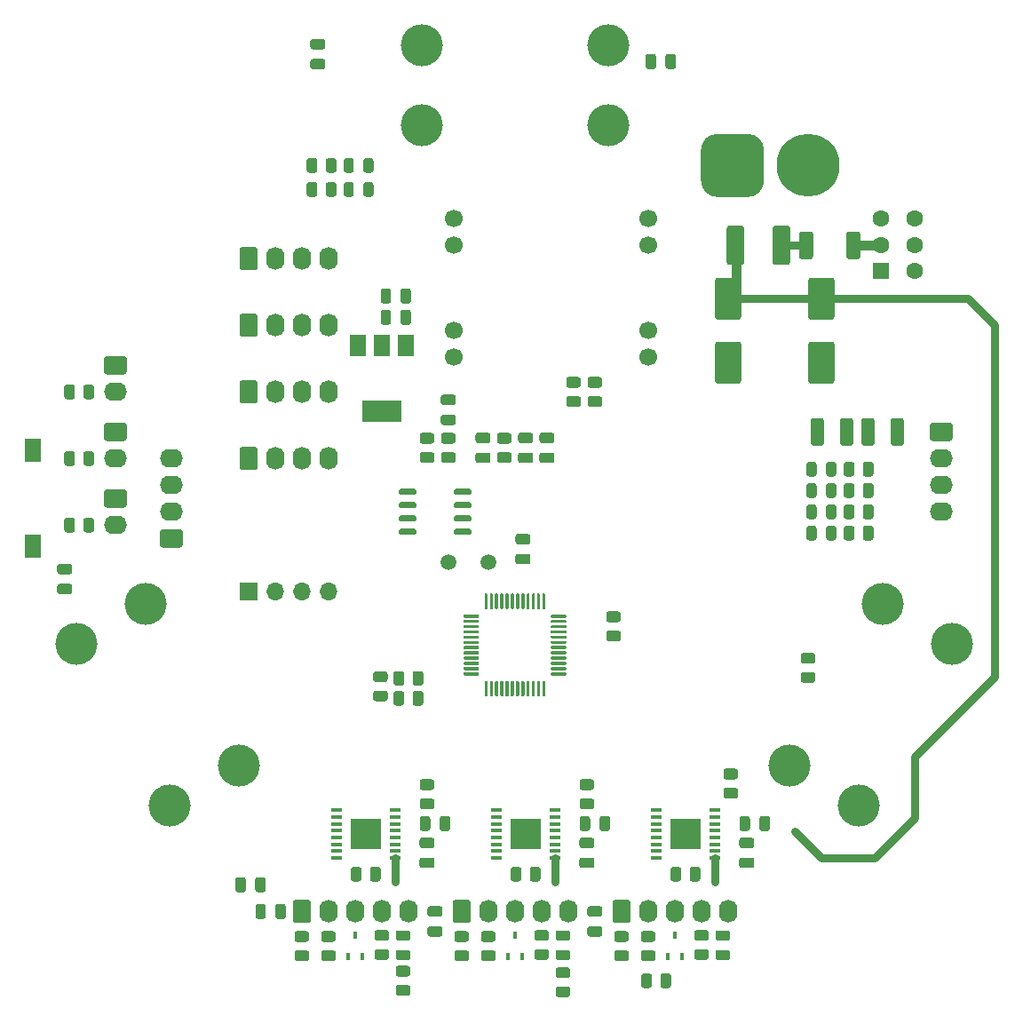
<source format=gbr>
%TF.GenerationSoftware,KiCad,Pcbnew,5.1.9-73d0e3b20d~88~ubuntu20.04.1*%
%TF.CreationDate,2021-03-24T22:26:07+08:00*%
%TF.ProjectId,elec-car,656c6563-2d63-4617-922e-6b696361645f,rev?*%
%TF.SameCoordinates,Original*%
%TF.FileFunction,Soldermask,Top*%
%TF.FilePolarity,Negative*%
%FSLAX46Y46*%
G04 Gerber Fmt 4.6, Leading zero omitted, Abs format (unit mm)*
G04 Created by KiCad (PCBNEW 5.1.9-73d0e3b20d~88~ubuntu20.04.1) date 2021-03-24 22:26:07*
%MOMM*%
%LPD*%
G01*
G04 APERTURE LIST*
%ADD10C,0.762000*%
%ADD11C,0.889000*%
%ADD12O,1.700000X1.700000*%
%ADD13R,1.700000X1.700000*%
%ADD14R,1.500000X2.000000*%
%ADD15R,3.800000X2.000000*%
%ADD16C,1.700000*%
%ADD17C,1.600000*%
%ADD18R,1.600000X1.600000*%
%ADD19C,6.000000*%
%ADD20C,1.500000*%
%ADD21O,1.740000X2.190000*%
%ADD22O,2.190000X1.740000*%
%ADD23R,1.600000X2.180000*%
%ADD24C,4.000000*%
%ADD25R,3.000000X3.000000*%
%ADD26R,1.050000X0.450000*%
%ADD27R,0.450000X0.700000*%
G04 APERTURE END LIST*
D10*
X191770000Y-139700000D02*
X194310000Y-142240000D01*
D11*
X200025000Y-83820000D02*
X197485000Y-83820000D01*
D10*
X190500000Y-83820000D02*
X192786000Y-83820000D01*
D11*
X186182000Y-85344000D02*
X186182000Y-87630000D01*
D10*
X208280000Y-88900000D02*
X185420000Y-88900000D01*
X210820000Y-91440000D02*
X208280000Y-88900000D01*
X210820000Y-124968000D02*
X210820000Y-91440000D01*
X203200000Y-132588000D02*
X210820000Y-124968000D01*
X203200000Y-138430000D02*
X203200000Y-132588000D01*
X199390000Y-142240000D02*
X203200000Y-138430000D01*
X194310000Y-142240000D02*
X199390000Y-142240000D01*
X153670000Y-144526000D02*
X153670000Y-142240000D01*
X168910000Y-144526000D02*
X168910000Y-142240000D01*
X184150000Y-144526000D02*
X184150000Y-142240000D01*
%TO.C,R38*%
G36*
G01*
X172269999Y-98190000D02*
X173170001Y-98190000D01*
G75*
G02*
X173420000Y-98439999I0J-249999D01*
G01*
X173420000Y-98965001D01*
G75*
G02*
X173170001Y-99215000I-249999J0D01*
G01*
X172269999Y-99215000D01*
G75*
G02*
X172020000Y-98965001I0J249999D01*
G01*
X172020000Y-98439999D01*
G75*
G02*
X172269999Y-98190000I249999J0D01*
G01*
G37*
G36*
G01*
X172269999Y-96365000D02*
X173170001Y-96365000D01*
G75*
G02*
X173420000Y-96614999I0J-249999D01*
G01*
X173420000Y-97140001D01*
G75*
G02*
X173170001Y-97390000I-249999J0D01*
G01*
X172269999Y-97390000D01*
G75*
G02*
X172020000Y-97140001I0J249999D01*
G01*
X172020000Y-96614999D01*
G75*
G02*
X172269999Y-96365000I249999J0D01*
G01*
G37*
%TD*%
%TO.C,R37*%
G36*
G01*
X171138001Y-97390000D02*
X170237999Y-97390000D01*
G75*
G02*
X169988000Y-97140001I0J249999D01*
G01*
X169988000Y-96614999D01*
G75*
G02*
X170237999Y-96365000I249999J0D01*
G01*
X171138001Y-96365000D01*
G75*
G02*
X171388000Y-96614999I0J-249999D01*
G01*
X171388000Y-97140001D01*
G75*
G02*
X171138001Y-97390000I-249999J0D01*
G01*
G37*
G36*
G01*
X171138001Y-99215000D02*
X170237999Y-99215000D01*
G75*
G02*
X169988000Y-98965001I0J249999D01*
G01*
X169988000Y-98439999D01*
G75*
G02*
X170237999Y-98190000I249999J0D01*
G01*
X171138001Y-98190000D01*
G75*
G02*
X171388000Y-98439999I0J-249999D01*
G01*
X171388000Y-98965001D01*
G75*
G02*
X171138001Y-99215000I-249999J0D01*
G01*
G37*
%TD*%
D12*
%TO.C,J14*%
X147320000Y-116840000D03*
X144780000Y-116840000D03*
X142240000Y-116840000D03*
D13*
X139700000Y-116840000D03*
%TD*%
%TO.C,R36*%
G36*
G01*
X197466000Y-104705999D02*
X197466000Y-105606001D01*
G75*
G02*
X197216001Y-105856000I-249999J0D01*
G01*
X196690999Y-105856000D01*
G75*
G02*
X196441000Y-105606001I0J249999D01*
G01*
X196441000Y-104705999D01*
G75*
G02*
X196690999Y-104456000I249999J0D01*
G01*
X197216001Y-104456000D01*
G75*
G02*
X197466000Y-104705999I0J-249999D01*
G01*
G37*
G36*
G01*
X199291000Y-104705999D02*
X199291000Y-105606001D01*
G75*
G02*
X199041001Y-105856000I-249999J0D01*
G01*
X198515999Y-105856000D01*
G75*
G02*
X198266000Y-105606001I0J249999D01*
G01*
X198266000Y-104705999D01*
G75*
G02*
X198515999Y-104456000I249999J0D01*
G01*
X199041001Y-104456000D01*
G75*
G02*
X199291000Y-104705999I0J-249999D01*
G01*
G37*
%TD*%
%TO.C,D17*%
G36*
G01*
X193860000Y-104699750D02*
X193860000Y-105612250D01*
G75*
G02*
X193616250Y-105856000I-243750J0D01*
G01*
X193128750Y-105856000D01*
G75*
G02*
X192885000Y-105612250I0J243750D01*
G01*
X192885000Y-104699750D01*
G75*
G02*
X193128750Y-104456000I243750J0D01*
G01*
X193616250Y-104456000D01*
G75*
G02*
X193860000Y-104699750I0J-243750D01*
G01*
G37*
G36*
G01*
X195735000Y-104699750D02*
X195735000Y-105612250D01*
G75*
G02*
X195491250Y-105856000I-243750J0D01*
G01*
X195003750Y-105856000D01*
G75*
G02*
X194760000Y-105612250I0J243750D01*
G01*
X194760000Y-104699750D01*
G75*
G02*
X195003750Y-104456000I243750J0D01*
G01*
X195491250Y-104456000D01*
G75*
G02*
X195735000Y-104699750I0J-243750D01*
G01*
G37*
%TD*%
%TO.C,R35*%
G36*
G01*
X147061500Y-76650001D02*
X147061500Y-75749999D01*
G75*
G02*
X147311499Y-75500000I249999J0D01*
G01*
X147836501Y-75500000D01*
G75*
G02*
X148086500Y-75749999I0J-249999D01*
G01*
X148086500Y-76650001D01*
G75*
G02*
X147836501Y-76900000I-249999J0D01*
G01*
X147311499Y-76900000D01*
G75*
G02*
X147061500Y-76650001I0J249999D01*
G01*
G37*
G36*
G01*
X145236500Y-76650001D02*
X145236500Y-75749999D01*
G75*
G02*
X145486499Y-75500000I249999J0D01*
G01*
X146011501Y-75500000D01*
G75*
G02*
X146261500Y-75749999I0J-249999D01*
G01*
X146261500Y-76650001D01*
G75*
G02*
X146011501Y-76900000I-249999J0D01*
G01*
X145486499Y-76900000D01*
G75*
G02*
X145236500Y-76650001I0J249999D01*
G01*
G37*
%TD*%
%TO.C,R34*%
G36*
G01*
X147061500Y-78936001D02*
X147061500Y-78035999D01*
G75*
G02*
X147311499Y-77786000I249999J0D01*
G01*
X147836501Y-77786000D01*
G75*
G02*
X148086500Y-78035999I0J-249999D01*
G01*
X148086500Y-78936001D01*
G75*
G02*
X147836501Y-79186000I-249999J0D01*
G01*
X147311499Y-79186000D01*
G75*
G02*
X147061500Y-78936001I0J249999D01*
G01*
G37*
G36*
G01*
X145236500Y-78936001D02*
X145236500Y-78035999D01*
G75*
G02*
X145486499Y-77786000I249999J0D01*
G01*
X146011501Y-77786000D01*
G75*
G02*
X146261500Y-78035999I0J-249999D01*
G01*
X146261500Y-78936001D01*
G75*
G02*
X146011501Y-79186000I-249999J0D01*
G01*
X145486499Y-79186000D01*
G75*
G02*
X145236500Y-78936001I0J249999D01*
G01*
G37*
%TD*%
%TO.C,R33*%
G36*
G01*
X197466000Y-110801999D02*
X197466000Y-111702001D01*
G75*
G02*
X197216001Y-111952000I-249999J0D01*
G01*
X196690999Y-111952000D01*
G75*
G02*
X196441000Y-111702001I0J249999D01*
G01*
X196441000Y-110801999D01*
G75*
G02*
X196690999Y-110552000I249999J0D01*
G01*
X197216001Y-110552000D01*
G75*
G02*
X197466000Y-110801999I0J-249999D01*
G01*
G37*
G36*
G01*
X199291000Y-110801999D02*
X199291000Y-111702001D01*
G75*
G02*
X199041001Y-111952000I-249999J0D01*
G01*
X198515999Y-111952000D01*
G75*
G02*
X198266000Y-111702001I0J249999D01*
G01*
X198266000Y-110801999D01*
G75*
G02*
X198515999Y-110552000I249999J0D01*
G01*
X199041001Y-110552000D01*
G75*
G02*
X199291000Y-110801999I0J-249999D01*
G01*
G37*
%TD*%
%TO.C,R32*%
G36*
G01*
X197466000Y-106737999D02*
X197466000Y-107638001D01*
G75*
G02*
X197216001Y-107888000I-249999J0D01*
G01*
X196690999Y-107888000D01*
G75*
G02*
X196441000Y-107638001I0J249999D01*
G01*
X196441000Y-106737999D01*
G75*
G02*
X196690999Y-106488000I249999J0D01*
G01*
X197216001Y-106488000D01*
G75*
G02*
X197466000Y-106737999I0J-249999D01*
G01*
G37*
G36*
G01*
X199291000Y-106737999D02*
X199291000Y-107638001D01*
G75*
G02*
X199041001Y-107888000I-249999J0D01*
G01*
X198515999Y-107888000D01*
G75*
G02*
X198266000Y-107638001I0J249999D01*
G01*
X198266000Y-106737999D01*
G75*
G02*
X198515999Y-106488000I249999J0D01*
G01*
X199041001Y-106488000D01*
G75*
G02*
X199291000Y-106737999I0J-249999D01*
G01*
G37*
%TD*%
%TO.C,R31*%
G36*
G01*
X197466000Y-108769999D02*
X197466000Y-109670001D01*
G75*
G02*
X197216001Y-109920000I-249999J0D01*
G01*
X196690999Y-109920000D01*
G75*
G02*
X196441000Y-109670001I0J249999D01*
G01*
X196441000Y-108769999D01*
G75*
G02*
X196690999Y-108520000I249999J0D01*
G01*
X197216001Y-108520000D01*
G75*
G02*
X197466000Y-108769999I0J-249999D01*
G01*
G37*
G36*
G01*
X199291000Y-108769999D02*
X199291000Y-109670001D01*
G75*
G02*
X199041001Y-109920000I-249999J0D01*
G01*
X198515999Y-109920000D01*
G75*
G02*
X198266000Y-109670001I0J249999D01*
G01*
X198266000Y-108769999D01*
G75*
G02*
X198515999Y-108520000I249999J0D01*
G01*
X199041001Y-108520000D01*
G75*
G02*
X199291000Y-108769999I0J-249999D01*
G01*
G37*
%TD*%
%TO.C,D16*%
G36*
G01*
X150642500Y-76656250D02*
X150642500Y-75743750D01*
G75*
G02*
X150886250Y-75500000I243750J0D01*
G01*
X151373750Y-75500000D01*
G75*
G02*
X151617500Y-75743750I0J-243750D01*
G01*
X151617500Y-76656250D01*
G75*
G02*
X151373750Y-76900000I-243750J0D01*
G01*
X150886250Y-76900000D01*
G75*
G02*
X150642500Y-76656250I0J243750D01*
G01*
G37*
G36*
G01*
X148767500Y-76656250D02*
X148767500Y-75743750D01*
G75*
G02*
X149011250Y-75500000I243750J0D01*
G01*
X149498750Y-75500000D01*
G75*
G02*
X149742500Y-75743750I0J-243750D01*
G01*
X149742500Y-76656250D01*
G75*
G02*
X149498750Y-76900000I-243750J0D01*
G01*
X149011250Y-76900000D01*
G75*
G02*
X148767500Y-76656250I0J243750D01*
G01*
G37*
%TD*%
%TO.C,D15*%
G36*
G01*
X150642500Y-78942250D02*
X150642500Y-78029750D01*
G75*
G02*
X150886250Y-77786000I243750J0D01*
G01*
X151373750Y-77786000D01*
G75*
G02*
X151617500Y-78029750I0J-243750D01*
G01*
X151617500Y-78942250D01*
G75*
G02*
X151373750Y-79186000I-243750J0D01*
G01*
X150886250Y-79186000D01*
G75*
G02*
X150642500Y-78942250I0J243750D01*
G01*
G37*
G36*
G01*
X148767500Y-78942250D02*
X148767500Y-78029750D01*
G75*
G02*
X149011250Y-77786000I243750J0D01*
G01*
X149498750Y-77786000D01*
G75*
G02*
X149742500Y-78029750I0J-243750D01*
G01*
X149742500Y-78942250D01*
G75*
G02*
X149498750Y-79186000I-243750J0D01*
G01*
X149011250Y-79186000D01*
G75*
G02*
X148767500Y-78942250I0J243750D01*
G01*
G37*
%TD*%
%TO.C,D14*%
G36*
G01*
X193860000Y-110795750D02*
X193860000Y-111708250D01*
G75*
G02*
X193616250Y-111952000I-243750J0D01*
G01*
X193128750Y-111952000D01*
G75*
G02*
X192885000Y-111708250I0J243750D01*
G01*
X192885000Y-110795750D01*
G75*
G02*
X193128750Y-110552000I243750J0D01*
G01*
X193616250Y-110552000D01*
G75*
G02*
X193860000Y-110795750I0J-243750D01*
G01*
G37*
G36*
G01*
X195735000Y-110795750D02*
X195735000Y-111708250D01*
G75*
G02*
X195491250Y-111952000I-243750J0D01*
G01*
X195003750Y-111952000D01*
G75*
G02*
X194760000Y-111708250I0J243750D01*
G01*
X194760000Y-110795750D01*
G75*
G02*
X195003750Y-110552000I243750J0D01*
G01*
X195491250Y-110552000D01*
G75*
G02*
X195735000Y-110795750I0J-243750D01*
G01*
G37*
%TD*%
%TO.C,D13*%
G36*
G01*
X193860000Y-106731750D02*
X193860000Y-107644250D01*
G75*
G02*
X193616250Y-107888000I-243750J0D01*
G01*
X193128750Y-107888000D01*
G75*
G02*
X192885000Y-107644250I0J243750D01*
G01*
X192885000Y-106731750D01*
G75*
G02*
X193128750Y-106488000I243750J0D01*
G01*
X193616250Y-106488000D01*
G75*
G02*
X193860000Y-106731750I0J-243750D01*
G01*
G37*
G36*
G01*
X195735000Y-106731750D02*
X195735000Y-107644250D01*
G75*
G02*
X195491250Y-107888000I-243750J0D01*
G01*
X195003750Y-107888000D01*
G75*
G02*
X194760000Y-107644250I0J243750D01*
G01*
X194760000Y-106731750D01*
G75*
G02*
X195003750Y-106488000I243750J0D01*
G01*
X195491250Y-106488000D01*
G75*
G02*
X195735000Y-106731750I0J-243750D01*
G01*
G37*
%TD*%
%TO.C,D12*%
G36*
G01*
X193860000Y-108763750D02*
X193860000Y-109676250D01*
G75*
G02*
X193616250Y-109920000I-243750J0D01*
G01*
X193128750Y-109920000D01*
G75*
G02*
X192885000Y-109676250I0J243750D01*
G01*
X192885000Y-108763750D01*
G75*
G02*
X193128750Y-108520000I243750J0D01*
G01*
X193616250Y-108520000D01*
G75*
G02*
X193860000Y-108763750I0J-243750D01*
G01*
G37*
G36*
G01*
X195735000Y-108763750D02*
X195735000Y-109676250D01*
G75*
G02*
X195491250Y-109920000I-243750J0D01*
G01*
X195003750Y-109920000D01*
G75*
G02*
X194760000Y-109676250I0J243750D01*
G01*
X194760000Y-108763750D01*
G75*
G02*
X195003750Y-108520000I243750J0D01*
G01*
X195491250Y-108520000D01*
G75*
G02*
X195735000Y-108763750I0J-243750D01*
G01*
G37*
%TD*%
%TO.C,R30*%
G36*
G01*
X192589999Y-124502500D02*
X193490001Y-124502500D01*
G75*
G02*
X193740000Y-124752499I0J-249999D01*
G01*
X193740000Y-125277501D01*
G75*
G02*
X193490001Y-125527500I-249999J0D01*
G01*
X192589999Y-125527500D01*
G75*
G02*
X192340000Y-125277501I0J249999D01*
G01*
X192340000Y-124752499D01*
G75*
G02*
X192589999Y-124502500I249999J0D01*
G01*
G37*
G36*
G01*
X192589999Y-122677500D02*
X193490001Y-122677500D01*
G75*
G02*
X193740000Y-122927499I0J-249999D01*
G01*
X193740000Y-123452501D01*
G75*
G02*
X193490001Y-123702500I-249999J0D01*
G01*
X192589999Y-123702500D01*
G75*
G02*
X192340000Y-123452501I0J249999D01*
G01*
X192340000Y-122927499D01*
G75*
G02*
X192589999Y-122677500I249999J0D01*
G01*
G37*
%TD*%
%TO.C,C39*%
G36*
G01*
X179454000Y-66769000D02*
X179454000Y-65819000D01*
G75*
G02*
X179704000Y-65569000I250000J0D01*
G01*
X180204000Y-65569000D01*
G75*
G02*
X180454000Y-65819000I0J-250000D01*
G01*
X180454000Y-66769000D01*
G75*
G02*
X180204000Y-67019000I-250000J0D01*
G01*
X179704000Y-67019000D01*
G75*
G02*
X179454000Y-66769000I0J250000D01*
G01*
G37*
G36*
G01*
X177554000Y-66769000D02*
X177554000Y-65819000D01*
G75*
G02*
X177804000Y-65569000I250000J0D01*
G01*
X178304000Y-65569000D01*
G75*
G02*
X178554000Y-65819000I0J-250000D01*
G01*
X178554000Y-66769000D01*
G75*
G02*
X178304000Y-67019000I-250000J0D01*
G01*
X177804000Y-67019000D01*
G75*
G02*
X177554000Y-66769000I0J250000D01*
G01*
G37*
%TD*%
%TO.C,C38*%
G36*
G01*
X146779000Y-65148000D02*
X145829000Y-65148000D01*
G75*
G02*
X145579000Y-64898000I0J250000D01*
G01*
X145579000Y-64398000D01*
G75*
G02*
X145829000Y-64148000I250000J0D01*
G01*
X146779000Y-64148000D01*
G75*
G02*
X147029000Y-64398000I0J-250000D01*
G01*
X147029000Y-64898000D01*
G75*
G02*
X146779000Y-65148000I-250000J0D01*
G01*
G37*
G36*
G01*
X146779000Y-67048000D02*
X145829000Y-67048000D01*
G75*
G02*
X145579000Y-66798000I0J250000D01*
G01*
X145579000Y-66298000D01*
G75*
G02*
X145829000Y-66048000I250000J0D01*
G01*
X146779000Y-66048000D01*
G75*
G02*
X147029000Y-66298000I0J-250000D01*
G01*
X147029000Y-66798000D01*
G75*
G02*
X146779000Y-67048000I-250000J0D01*
G01*
G37*
%TD*%
%TO.C,C35*%
G36*
G01*
X140338000Y-145255000D02*
X140338000Y-144305000D01*
G75*
G02*
X140588000Y-144055000I250000J0D01*
G01*
X141088000Y-144055000D01*
G75*
G02*
X141338000Y-144305000I0J-250000D01*
G01*
X141338000Y-145255000D01*
G75*
G02*
X141088000Y-145505000I-250000J0D01*
G01*
X140588000Y-145505000D01*
G75*
G02*
X140338000Y-145255000I0J250000D01*
G01*
G37*
G36*
G01*
X138438000Y-145255000D02*
X138438000Y-144305000D01*
G75*
G02*
X138688000Y-144055000I250000J0D01*
G01*
X139188000Y-144055000D01*
G75*
G02*
X139438000Y-144305000I0J-250000D01*
G01*
X139438000Y-145255000D01*
G75*
G02*
X139188000Y-145505000I-250000J0D01*
G01*
X138688000Y-145505000D01*
G75*
G02*
X138438000Y-145255000I0J250000D01*
G01*
G37*
%TD*%
%TO.C,C34*%
G36*
G01*
X122649000Y-115186000D02*
X121699000Y-115186000D01*
G75*
G02*
X121449000Y-114936000I0J250000D01*
G01*
X121449000Y-114436000D01*
G75*
G02*
X121699000Y-114186000I250000J0D01*
G01*
X122649000Y-114186000D01*
G75*
G02*
X122899000Y-114436000I0J-250000D01*
G01*
X122899000Y-114936000D01*
G75*
G02*
X122649000Y-115186000I-250000J0D01*
G01*
G37*
G36*
G01*
X122649000Y-117086000D02*
X121699000Y-117086000D01*
G75*
G02*
X121449000Y-116836000I0J250000D01*
G01*
X121449000Y-116336000D01*
G75*
G02*
X121699000Y-116086000I250000J0D01*
G01*
X122649000Y-116086000D01*
G75*
G02*
X122899000Y-116336000I0J-250000D01*
G01*
X122899000Y-116836000D01*
G75*
G02*
X122649000Y-117086000I-250000J0D01*
G01*
G37*
%TD*%
%TO.C,C33*%
G36*
G01*
X154186000Y-89121000D02*
X154186000Y-88171000D01*
G75*
G02*
X154436000Y-87921000I250000J0D01*
G01*
X154936000Y-87921000D01*
G75*
G02*
X155186000Y-88171000I0J-250000D01*
G01*
X155186000Y-89121000D01*
G75*
G02*
X154936000Y-89371000I-250000J0D01*
G01*
X154436000Y-89371000D01*
G75*
G02*
X154186000Y-89121000I0J250000D01*
G01*
G37*
G36*
G01*
X152286000Y-89121000D02*
X152286000Y-88171000D01*
G75*
G02*
X152536000Y-87921000I250000J0D01*
G01*
X153036000Y-87921000D01*
G75*
G02*
X153286000Y-88171000I0J-250000D01*
G01*
X153286000Y-89121000D01*
G75*
G02*
X153036000Y-89371000I-250000J0D01*
G01*
X152536000Y-89371000D01*
G75*
G02*
X152286000Y-89121000I0J250000D01*
G01*
G37*
%TD*%
D14*
%TO.C,U8*%
X154700000Y-93370000D03*
X150100000Y-93370000D03*
X152400000Y-93370000D03*
D15*
X152400000Y-99670000D03*
%TD*%
%TO.C,C32*%
G36*
G01*
X159225000Y-99052000D02*
X158275000Y-99052000D01*
G75*
G02*
X158025000Y-98802000I0J250000D01*
G01*
X158025000Y-98302000D01*
G75*
G02*
X158275000Y-98052000I250000J0D01*
G01*
X159225000Y-98052000D01*
G75*
G02*
X159475000Y-98302000I0J-250000D01*
G01*
X159475000Y-98802000D01*
G75*
G02*
X159225000Y-99052000I-250000J0D01*
G01*
G37*
G36*
G01*
X159225000Y-100952000D02*
X158275000Y-100952000D01*
G75*
G02*
X158025000Y-100702000I0J250000D01*
G01*
X158025000Y-100202000D01*
G75*
G02*
X158275000Y-99952000I250000J0D01*
G01*
X159225000Y-99952000D01*
G75*
G02*
X159475000Y-100202000I0J-250000D01*
G01*
X159475000Y-100702000D01*
G75*
G02*
X159225000Y-100952000I-250000J0D01*
G01*
G37*
%TD*%
%TO.C,C31*%
G36*
G01*
X154186000Y-91153000D02*
X154186000Y-90203000D01*
G75*
G02*
X154436000Y-89953000I250000J0D01*
G01*
X154936000Y-89953000D01*
G75*
G02*
X155186000Y-90203000I0J-250000D01*
G01*
X155186000Y-91153000D01*
G75*
G02*
X154936000Y-91403000I-250000J0D01*
G01*
X154436000Y-91403000D01*
G75*
G02*
X154186000Y-91153000I0J250000D01*
G01*
G37*
G36*
G01*
X152286000Y-91153000D02*
X152286000Y-90203000D01*
G75*
G02*
X152536000Y-89953000I250000J0D01*
G01*
X153036000Y-89953000D01*
G75*
G02*
X153286000Y-90203000I0J-250000D01*
G01*
X153286000Y-91153000D01*
G75*
G02*
X153036000Y-91403000I-250000J0D01*
G01*
X152536000Y-91403000D01*
G75*
G02*
X152286000Y-91153000I0J250000D01*
G01*
G37*
%TD*%
%TO.C,C30*%
G36*
G01*
X157955000Y-147820000D02*
X157005000Y-147820000D01*
G75*
G02*
X156755000Y-147570000I0J250000D01*
G01*
X156755000Y-147070000D01*
G75*
G02*
X157005000Y-146820000I250000J0D01*
G01*
X157955000Y-146820000D01*
G75*
G02*
X158205000Y-147070000I0J-250000D01*
G01*
X158205000Y-147570000D01*
G75*
G02*
X157955000Y-147820000I-250000J0D01*
G01*
G37*
G36*
G01*
X157955000Y-149720000D02*
X157005000Y-149720000D01*
G75*
G02*
X156755000Y-149470000I0J250000D01*
G01*
X156755000Y-148970000D01*
G75*
G02*
X157005000Y-148720000I250000J0D01*
G01*
X157955000Y-148720000D01*
G75*
G02*
X158205000Y-148970000I0J-250000D01*
G01*
X158205000Y-149470000D01*
G75*
G02*
X157955000Y-149720000I-250000J0D01*
G01*
G37*
%TD*%
%TO.C,C29*%
G36*
G01*
X173195000Y-147820000D02*
X172245000Y-147820000D01*
G75*
G02*
X171995000Y-147570000I0J250000D01*
G01*
X171995000Y-147070000D01*
G75*
G02*
X172245000Y-146820000I250000J0D01*
G01*
X173195000Y-146820000D01*
G75*
G02*
X173445000Y-147070000I0J-250000D01*
G01*
X173445000Y-147570000D01*
G75*
G02*
X173195000Y-147820000I-250000J0D01*
G01*
G37*
G36*
G01*
X173195000Y-149720000D02*
X172245000Y-149720000D01*
G75*
G02*
X171995000Y-149470000I0J250000D01*
G01*
X171995000Y-148970000D01*
G75*
G02*
X172245000Y-148720000I250000J0D01*
G01*
X173195000Y-148720000D01*
G75*
G02*
X173445000Y-148970000I0J-250000D01*
G01*
X173445000Y-149470000D01*
G75*
G02*
X173195000Y-149720000I-250000J0D01*
G01*
G37*
%TD*%
%TO.C,C28*%
G36*
G01*
X142248000Y-147795000D02*
X142248000Y-146845000D01*
G75*
G02*
X142498000Y-146595000I250000J0D01*
G01*
X142998000Y-146595000D01*
G75*
G02*
X143248000Y-146845000I0J-250000D01*
G01*
X143248000Y-147795000D01*
G75*
G02*
X142998000Y-148045000I-250000J0D01*
G01*
X142498000Y-148045000D01*
G75*
G02*
X142248000Y-147795000I0J250000D01*
G01*
G37*
G36*
G01*
X140348000Y-147795000D02*
X140348000Y-146845000D01*
G75*
G02*
X140598000Y-146595000I250000J0D01*
G01*
X141098000Y-146595000D01*
G75*
G02*
X141348000Y-146845000I0J-250000D01*
G01*
X141348000Y-147795000D01*
G75*
G02*
X141098000Y-148045000I-250000J0D01*
G01*
X140598000Y-148045000D01*
G75*
G02*
X140348000Y-147795000I0J250000D01*
G01*
G37*
%TD*%
D16*
%TO.C,U7*%
X159258000Y-94488000D03*
X159258000Y-91948000D03*
X159258000Y-83820000D03*
X159258000Y-81280000D03*
X177800000Y-94488000D03*
X177800000Y-91948000D03*
X177800000Y-83820000D03*
X177800000Y-81280000D03*
%TD*%
D17*
%TO.C,SW2*%
X203200000Y-81280000D03*
X203200000Y-83780000D03*
X203200000Y-86280000D03*
X200000000Y-81280000D03*
X200000000Y-83780000D03*
D18*
X200000000Y-86280000D03*
%TD*%
%TO.C,J13*%
G36*
G01*
X182840000Y-77700000D02*
X182840000Y-74700000D01*
G75*
G02*
X184340000Y-73200000I1500000J0D01*
G01*
X187340000Y-73200000D01*
G75*
G02*
X188840000Y-74700000I0J-1500000D01*
G01*
X188840000Y-77700000D01*
G75*
G02*
X187340000Y-79200000I-1500000J0D01*
G01*
X184340000Y-79200000D01*
G75*
G02*
X182840000Y-77700000I0J1500000D01*
G01*
G37*
D19*
X193040000Y-76200000D03*
%TD*%
%TO.C,F2*%
G36*
G01*
X196683000Y-84895001D02*
X196683000Y-82744999D01*
G75*
G02*
X196932999Y-82495000I249999J0D01*
G01*
X197783001Y-82495000D01*
G75*
G02*
X198033000Y-82744999I0J-249999D01*
G01*
X198033000Y-84895001D01*
G75*
G02*
X197783001Y-85145000I-249999J0D01*
G01*
X196932999Y-85145000D01*
G75*
G02*
X196683000Y-84895001I0J249999D01*
G01*
G37*
G36*
G01*
X192183000Y-84895001D02*
X192183000Y-82744999D01*
G75*
G02*
X192432999Y-82495000I249999J0D01*
G01*
X193283001Y-82495000D01*
G75*
G02*
X193533000Y-82744999I0J-249999D01*
G01*
X193533000Y-84895001D01*
G75*
G02*
X193283001Y-85145000I-249999J0D01*
G01*
X192432999Y-85145000D01*
G75*
G02*
X192183000Y-84895001I0J249999D01*
G01*
G37*
%TD*%
%TO.C,D5*%
G36*
G01*
X189662500Y-85445001D02*
X189662500Y-82194999D01*
G75*
G02*
X189912499Y-81945000I249999J0D01*
G01*
X191087501Y-81945000D01*
G75*
G02*
X191337500Y-82194999I0J-249999D01*
G01*
X191337500Y-85445001D01*
G75*
G02*
X191087501Y-85695000I-249999J0D01*
G01*
X189912499Y-85695000D01*
G75*
G02*
X189662500Y-85445001I0J249999D01*
G01*
G37*
G36*
G01*
X185287500Y-85445001D02*
X185287500Y-82194999D01*
G75*
G02*
X185537499Y-81945000I249999J0D01*
G01*
X186712501Y-81945000D01*
G75*
G02*
X186962500Y-82194999I0J-249999D01*
G01*
X186962500Y-85445001D01*
G75*
G02*
X186712501Y-85695000I-249999J0D01*
G01*
X185537499Y-85695000D01*
G75*
G02*
X185287500Y-85445001I0J249999D01*
G01*
G37*
%TD*%
%TO.C,C27*%
G36*
G01*
X193310000Y-93000000D02*
X195310000Y-93000000D01*
G75*
G02*
X195560000Y-93250000I0J-250000D01*
G01*
X195560000Y-96750000D01*
G75*
G02*
X195310000Y-97000000I-250000J0D01*
G01*
X193310000Y-97000000D01*
G75*
G02*
X193060000Y-96750000I0J250000D01*
G01*
X193060000Y-93250000D01*
G75*
G02*
X193310000Y-93000000I250000J0D01*
G01*
G37*
G36*
G01*
X193310000Y-86900000D02*
X195310000Y-86900000D01*
G75*
G02*
X195560000Y-87150000I0J-250000D01*
G01*
X195560000Y-90650000D01*
G75*
G02*
X195310000Y-90900000I-250000J0D01*
G01*
X193310000Y-90900000D01*
G75*
G02*
X193060000Y-90650000I0J250000D01*
G01*
X193060000Y-87150000D01*
G75*
G02*
X193310000Y-86900000I250000J0D01*
G01*
G37*
%TD*%
%TO.C,C26*%
G36*
G01*
X184420000Y-93000000D02*
X186420000Y-93000000D01*
G75*
G02*
X186670000Y-93250000I0J-250000D01*
G01*
X186670000Y-96750000D01*
G75*
G02*
X186420000Y-97000000I-250000J0D01*
G01*
X184420000Y-97000000D01*
G75*
G02*
X184170000Y-96750000I0J250000D01*
G01*
X184170000Y-93250000D01*
G75*
G02*
X184420000Y-93000000I250000J0D01*
G01*
G37*
G36*
G01*
X184420000Y-86900000D02*
X186420000Y-86900000D01*
G75*
G02*
X186670000Y-87150000I0J-250000D01*
G01*
X186670000Y-90650000D01*
G75*
G02*
X186420000Y-90900000I-250000J0D01*
G01*
X184420000Y-90900000D01*
G75*
G02*
X184170000Y-90650000I0J250000D01*
G01*
X184170000Y-87150000D01*
G75*
G02*
X184420000Y-86900000I250000J0D01*
G01*
G37*
%TD*%
D20*
%TO.C,Y1*%
X162560000Y-114046000D03*
X158760000Y-114046000D03*
%TD*%
%TO.C,R29*%
G36*
G01*
X174047999Y-120542000D02*
X174948001Y-120542000D01*
G75*
G02*
X175198000Y-120791999I0J-249999D01*
G01*
X175198000Y-121317001D01*
G75*
G02*
X174948001Y-121567000I-249999J0D01*
G01*
X174047999Y-121567000D01*
G75*
G02*
X173798000Y-121317001I0J249999D01*
G01*
X173798000Y-120791999D01*
G75*
G02*
X174047999Y-120542000I249999J0D01*
G01*
G37*
G36*
G01*
X174047999Y-118717000D02*
X174948001Y-118717000D01*
G75*
G02*
X175198000Y-118966999I0J-249999D01*
G01*
X175198000Y-119492001D01*
G75*
G02*
X174948001Y-119742000I-249999J0D01*
G01*
X174047999Y-119742000D01*
G75*
G02*
X173798000Y-119492001I0J249999D01*
G01*
X173798000Y-118966999D01*
G75*
G02*
X174047999Y-118717000I249999J0D01*
G01*
G37*
%TD*%
D21*
%TO.C,J12*%
X147320000Y-85090000D03*
X144780000Y-85090000D03*
X142240000Y-85090000D03*
G36*
G01*
X138830000Y-85935001D02*
X138830000Y-84244999D01*
G75*
G02*
X139079999Y-83995000I249999J0D01*
G01*
X140320001Y-83995000D01*
G75*
G02*
X140570000Y-84244999I0J-249999D01*
G01*
X140570000Y-85935001D01*
G75*
G02*
X140320001Y-86185000I-249999J0D01*
G01*
X139079999Y-86185000D01*
G75*
G02*
X138830000Y-85935001I0J249999D01*
G01*
G37*
%TD*%
%TO.C,J11*%
X147320000Y-104140000D03*
X144780000Y-104140000D03*
X142240000Y-104140000D03*
G36*
G01*
X138830000Y-104985001D02*
X138830000Y-103294999D01*
G75*
G02*
X139079999Y-103045000I249999J0D01*
G01*
X140320001Y-103045000D01*
G75*
G02*
X140570000Y-103294999I0J-249999D01*
G01*
X140570000Y-104985001D01*
G75*
G02*
X140320001Y-105235000I-249999J0D01*
G01*
X139079999Y-105235000D01*
G75*
G02*
X138830000Y-104985001I0J249999D01*
G01*
G37*
%TD*%
%TO.C,J10*%
X147320000Y-97790000D03*
X144780000Y-97790000D03*
X142240000Y-97790000D03*
G36*
G01*
X138830000Y-98635001D02*
X138830000Y-96944999D01*
G75*
G02*
X139079999Y-96695000I249999J0D01*
G01*
X140320001Y-96695000D01*
G75*
G02*
X140570000Y-96944999I0J-249999D01*
G01*
X140570000Y-98635001D01*
G75*
G02*
X140320001Y-98885000I-249999J0D01*
G01*
X139079999Y-98885000D01*
G75*
G02*
X138830000Y-98635001I0J249999D01*
G01*
G37*
%TD*%
%TO.C,J9*%
X147320000Y-91440000D03*
X144780000Y-91440000D03*
X142240000Y-91440000D03*
G36*
G01*
X138830000Y-92285001D02*
X138830000Y-90594999D01*
G75*
G02*
X139079999Y-90345000I249999J0D01*
G01*
X140320001Y-90345000D01*
G75*
G02*
X140570000Y-90594999I0J-249999D01*
G01*
X140570000Y-92285001D01*
G75*
G02*
X140320001Y-92535000I-249999J0D01*
G01*
X139079999Y-92535000D01*
G75*
G02*
X138830000Y-92285001I0J249999D01*
G01*
G37*
%TD*%
D22*
%TO.C,J2*%
X132334000Y-104140000D03*
X132334000Y-106680000D03*
X132334000Y-109220000D03*
G36*
G01*
X133179001Y-112630000D02*
X131488999Y-112630000D01*
G75*
G02*
X131239000Y-112380001I0J249999D01*
G01*
X131239000Y-111139999D01*
G75*
G02*
X131488999Y-110890000I249999J0D01*
G01*
X133179001Y-110890000D01*
G75*
G02*
X133429000Y-111139999I0J-249999D01*
G01*
X133429000Y-112380001D01*
G75*
G02*
X133179001Y-112630000I-249999J0D01*
G01*
G37*
%TD*%
%TO.C,F1*%
G36*
G01*
X194551000Y-100525000D02*
X194551000Y-102675000D01*
G75*
G02*
X194301000Y-102925000I-250000J0D01*
G01*
X193551000Y-102925000D01*
G75*
G02*
X193301000Y-102675000I0J250000D01*
G01*
X193301000Y-100525000D01*
G75*
G02*
X193551000Y-100275000I250000J0D01*
G01*
X194301000Y-100275000D01*
G75*
G02*
X194551000Y-100525000I0J-250000D01*
G01*
G37*
G36*
G01*
X197351000Y-100525000D02*
X197351000Y-102675000D01*
G75*
G02*
X197101000Y-102925000I-250000J0D01*
G01*
X196351000Y-102925000D01*
G75*
G02*
X196101000Y-102675000I0J250000D01*
G01*
X196101000Y-100525000D01*
G75*
G02*
X196351000Y-100275000I250000J0D01*
G01*
X197101000Y-100275000D01*
G75*
G02*
X197351000Y-100525000I0J-250000D01*
G01*
G37*
%TD*%
%TO.C,D1*%
G36*
G01*
X200927000Y-102675000D02*
X200927000Y-100525000D01*
G75*
G02*
X201177000Y-100275000I250000J0D01*
G01*
X201927000Y-100275000D01*
G75*
G02*
X202177000Y-100525000I0J-250000D01*
G01*
X202177000Y-102675000D01*
G75*
G02*
X201927000Y-102925000I-250000J0D01*
G01*
X201177000Y-102925000D01*
G75*
G02*
X200927000Y-102675000I0J250000D01*
G01*
G37*
G36*
G01*
X198127000Y-102675000D02*
X198127000Y-100525000D01*
G75*
G02*
X198377000Y-100275000I250000J0D01*
G01*
X199127000Y-100275000D01*
G75*
G02*
X199377000Y-100525000I0J-250000D01*
G01*
X199377000Y-102675000D01*
G75*
G02*
X199127000Y-102925000I-250000J0D01*
G01*
X198377000Y-102925000D01*
G75*
G02*
X198127000Y-102675000I0J250000D01*
G01*
G37*
%TD*%
%TO.C,J1*%
X205740000Y-109220000D03*
X205740000Y-106680000D03*
X205740000Y-104140000D03*
G36*
G01*
X204894999Y-100730000D02*
X206585001Y-100730000D01*
G75*
G02*
X206835000Y-100979999I0J-249999D01*
G01*
X206835000Y-102220001D01*
G75*
G02*
X206585001Y-102470000I-249999J0D01*
G01*
X204894999Y-102470000D01*
G75*
G02*
X204645000Y-102220001I0J249999D01*
G01*
X204645000Y-100979999D01*
G75*
G02*
X204894999Y-100730000I249999J0D01*
G01*
G37*
%TD*%
D23*
%TO.C,SW1*%
X119126000Y-112540000D03*
X119126000Y-103360000D03*
%TD*%
%TO.C,U3*%
G36*
G01*
X159280000Y-107465000D02*
X159280000Y-107165000D01*
G75*
G02*
X159430000Y-107015000I150000J0D01*
G01*
X160780000Y-107015000D01*
G75*
G02*
X160930000Y-107165000I0J-150000D01*
G01*
X160930000Y-107465000D01*
G75*
G02*
X160780000Y-107615000I-150000J0D01*
G01*
X159430000Y-107615000D01*
G75*
G02*
X159280000Y-107465000I0J150000D01*
G01*
G37*
G36*
G01*
X159280000Y-108735000D02*
X159280000Y-108435000D01*
G75*
G02*
X159430000Y-108285000I150000J0D01*
G01*
X160780000Y-108285000D01*
G75*
G02*
X160930000Y-108435000I0J-150000D01*
G01*
X160930000Y-108735000D01*
G75*
G02*
X160780000Y-108885000I-150000J0D01*
G01*
X159430000Y-108885000D01*
G75*
G02*
X159280000Y-108735000I0J150000D01*
G01*
G37*
G36*
G01*
X159280000Y-110005000D02*
X159280000Y-109705000D01*
G75*
G02*
X159430000Y-109555000I150000J0D01*
G01*
X160780000Y-109555000D01*
G75*
G02*
X160930000Y-109705000I0J-150000D01*
G01*
X160930000Y-110005000D01*
G75*
G02*
X160780000Y-110155000I-150000J0D01*
G01*
X159430000Y-110155000D01*
G75*
G02*
X159280000Y-110005000I0J150000D01*
G01*
G37*
G36*
G01*
X159280000Y-111275000D02*
X159280000Y-110975000D01*
G75*
G02*
X159430000Y-110825000I150000J0D01*
G01*
X160780000Y-110825000D01*
G75*
G02*
X160930000Y-110975000I0J-150000D01*
G01*
X160930000Y-111275000D01*
G75*
G02*
X160780000Y-111425000I-150000J0D01*
G01*
X159430000Y-111425000D01*
G75*
G02*
X159280000Y-111275000I0J150000D01*
G01*
G37*
G36*
G01*
X154030000Y-111275000D02*
X154030000Y-110975000D01*
G75*
G02*
X154180000Y-110825000I150000J0D01*
G01*
X155530000Y-110825000D01*
G75*
G02*
X155680000Y-110975000I0J-150000D01*
G01*
X155680000Y-111275000D01*
G75*
G02*
X155530000Y-111425000I-150000J0D01*
G01*
X154180000Y-111425000D01*
G75*
G02*
X154030000Y-111275000I0J150000D01*
G01*
G37*
G36*
G01*
X154030000Y-110005000D02*
X154030000Y-109705000D01*
G75*
G02*
X154180000Y-109555000I150000J0D01*
G01*
X155530000Y-109555000D01*
G75*
G02*
X155680000Y-109705000I0J-150000D01*
G01*
X155680000Y-110005000D01*
G75*
G02*
X155530000Y-110155000I-150000J0D01*
G01*
X154180000Y-110155000D01*
G75*
G02*
X154030000Y-110005000I0J150000D01*
G01*
G37*
G36*
G01*
X154030000Y-108735000D02*
X154030000Y-108435000D01*
G75*
G02*
X154180000Y-108285000I150000J0D01*
G01*
X155530000Y-108285000D01*
G75*
G02*
X155680000Y-108435000I0J-150000D01*
G01*
X155680000Y-108735000D01*
G75*
G02*
X155530000Y-108885000I-150000J0D01*
G01*
X154180000Y-108885000D01*
G75*
G02*
X154030000Y-108735000I0J150000D01*
G01*
G37*
G36*
G01*
X154030000Y-107465000D02*
X154030000Y-107165000D01*
G75*
G02*
X154180000Y-107015000I150000J0D01*
G01*
X155530000Y-107015000D01*
G75*
G02*
X155680000Y-107165000I0J-150000D01*
G01*
X155680000Y-107465000D01*
G75*
G02*
X155530000Y-107615000I-150000J0D01*
G01*
X154180000Y-107615000D01*
G75*
G02*
X154030000Y-107465000I0J150000D01*
G01*
G37*
%TD*%
%TO.C,R3*%
G36*
G01*
X157168001Y-102724000D02*
X156267999Y-102724000D01*
G75*
G02*
X156018000Y-102474001I0J249999D01*
G01*
X156018000Y-101948999D01*
G75*
G02*
X156267999Y-101699000I249999J0D01*
G01*
X157168001Y-101699000D01*
G75*
G02*
X157418000Y-101948999I0J-249999D01*
G01*
X157418000Y-102474001D01*
G75*
G02*
X157168001Y-102724000I-249999J0D01*
G01*
G37*
G36*
G01*
X157168001Y-104549000D02*
X156267999Y-104549000D01*
G75*
G02*
X156018000Y-104299001I0J249999D01*
G01*
X156018000Y-103773999D01*
G75*
G02*
X156267999Y-103524000I249999J0D01*
G01*
X157168001Y-103524000D01*
G75*
G02*
X157418000Y-103773999I0J-249999D01*
G01*
X157418000Y-104299001D01*
G75*
G02*
X157168001Y-104549000I-249999J0D01*
G01*
G37*
%TD*%
%TO.C,R1*%
G36*
G01*
X159200001Y-102724000D02*
X158299999Y-102724000D01*
G75*
G02*
X158050000Y-102474001I0J249999D01*
G01*
X158050000Y-101948999D01*
G75*
G02*
X158299999Y-101699000I249999J0D01*
G01*
X159200001Y-101699000D01*
G75*
G02*
X159450000Y-101948999I0J-249999D01*
G01*
X159450000Y-102474001D01*
G75*
G02*
X159200001Y-102724000I-249999J0D01*
G01*
G37*
G36*
G01*
X159200001Y-104549000D02*
X158299999Y-104549000D01*
G75*
G02*
X158050000Y-104299001I0J249999D01*
G01*
X158050000Y-103773999D01*
G75*
G02*
X158299999Y-103524000I249999J0D01*
G01*
X159200001Y-103524000D01*
G75*
G02*
X159450000Y-103773999I0J-249999D01*
G01*
X159450000Y-104299001D01*
G75*
G02*
X159200001Y-104549000I-249999J0D01*
G01*
G37*
%TD*%
%TO.C,C7*%
G36*
G01*
X168623000Y-102674000D02*
X167673000Y-102674000D01*
G75*
G02*
X167423000Y-102424000I0J250000D01*
G01*
X167423000Y-101924000D01*
G75*
G02*
X167673000Y-101674000I250000J0D01*
G01*
X168623000Y-101674000D01*
G75*
G02*
X168873000Y-101924000I0J-250000D01*
G01*
X168873000Y-102424000D01*
G75*
G02*
X168623000Y-102674000I-250000J0D01*
G01*
G37*
G36*
G01*
X168623000Y-104574000D02*
X167673000Y-104574000D01*
G75*
G02*
X167423000Y-104324000I0J250000D01*
G01*
X167423000Y-103824000D01*
G75*
G02*
X167673000Y-103574000I250000J0D01*
G01*
X168623000Y-103574000D01*
G75*
G02*
X168873000Y-103824000I0J-250000D01*
G01*
X168873000Y-104324000D01*
G75*
G02*
X168623000Y-104574000I-250000J0D01*
G01*
G37*
%TD*%
%TO.C,C6*%
G36*
G01*
X162527000Y-102674000D02*
X161577000Y-102674000D01*
G75*
G02*
X161327000Y-102424000I0J250000D01*
G01*
X161327000Y-101924000D01*
G75*
G02*
X161577000Y-101674000I250000J0D01*
G01*
X162527000Y-101674000D01*
G75*
G02*
X162777000Y-101924000I0J-250000D01*
G01*
X162777000Y-102424000D01*
G75*
G02*
X162527000Y-102674000I-250000J0D01*
G01*
G37*
G36*
G01*
X162527000Y-104574000D02*
X161577000Y-104574000D01*
G75*
G02*
X161327000Y-104324000I0J250000D01*
G01*
X161327000Y-103824000D01*
G75*
G02*
X161577000Y-103574000I250000J0D01*
G01*
X162527000Y-103574000D01*
G75*
G02*
X162777000Y-103824000I0J-250000D01*
G01*
X162777000Y-104324000D01*
G75*
G02*
X162527000Y-104574000I-250000J0D01*
G01*
G37*
%TD*%
D24*
%TO.C,U15*%
X191302705Y-133428966D03*
X197901818Y-137238966D03*
X206791818Y-121841034D03*
X200192705Y-118031034D03*
%TD*%
%TO.C,C23*%
G36*
G01*
X188410000Y-139413000D02*
X188410000Y-138463000D01*
G75*
G02*
X188660000Y-138213000I250000J0D01*
G01*
X189160000Y-138213000D01*
G75*
G02*
X189410000Y-138463000I0J-250000D01*
G01*
X189410000Y-139413000D01*
G75*
G02*
X189160000Y-139663000I-250000J0D01*
G01*
X188660000Y-139663000D01*
G75*
G02*
X188410000Y-139413000I0J250000D01*
G01*
G37*
G36*
G01*
X186510000Y-139413000D02*
X186510000Y-138463000D01*
G75*
G02*
X186760000Y-138213000I250000J0D01*
G01*
X187260000Y-138213000D01*
G75*
G02*
X187510000Y-138463000I0J-250000D01*
G01*
X187510000Y-139413000D01*
G75*
G02*
X187260000Y-139663000I-250000J0D01*
G01*
X186760000Y-139663000D01*
G75*
G02*
X186510000Y-139413000I0J250000D01*
G01*
G37*
%TD*%
%TO.C,C24*%
G36*
G01*
X186723000Y-142182000D02*
X187673000Y-142182000D01*
G75*
G02*
X187923000Y-142432000I0J-250000D01*
G01*
X187923000Y-142932000D01*
G75*
G02*
X187673000Y-143182000I-250000J0D01*
G01*
X186723000Y-143182000D01*
G75*
G02*
X186473000Y-142932000I0J250000D01*
G01*
X186473000Y-142432000D01*
G75*
G02*
X186723000Y-142182000I250000J0D01*
G01*
G37*
G36*
G01*
X186723000Y-140282000D02*
X187673000Y-140282000D01*
G75*
G02*
X187923000Y-140532000I0J-250000D01*
G01*
X187923000Y-141032000D01*
G75*
G02*
X187673000Y-141282000I-250000J0D01*
G01*
X186723000Y-141282000D01*
G75*
G02*
X186473000Y-141032000I0J250000D01*
G01*
X186473000Y-140532000D01*
G75*
G02*
X186723000Y-140282000I250000J0D01*
G01*
G37*
%TD*%
%TO.C,U1*%
G36*
G01*
X168600000Y-119020000D02*
X169925000Y-119020000D01*
G75*
G02*
X170000000Y-119095000I0J-75000D01*
G01*
X170000000Y-119245000D01*
G75*
G02*
X169925000Y-119320000I-75000J0D01*
G01*
X168600000Y-119320000D01*
G75*
G02*
X168525000Y-119245000I0J75000D01*
G01*
X168525000Y-119095000D01*
G75*
G02*
X168600000Y-119020000I75000J0D01*
G01*
G37*
G36*
G01*
X168600000Y-119520000D02*
X169925000Y-119520000D01*
G75*
G02*
X170000000Y-119595000I0J-75000D01*
G01*
X170000000Y-119745000D01*
G75*
G02*
X169925000Y-119820000I-75000J0D01*
G01*
X168600000Y-119820000D01*
G75*
G02*
X168525000Y-119745000I0J75000D01*
G01*
X168525000Y-119595000D01*
G75*
G02*
X168600000Y-119520000I75000J0D01*
G01*
G37*
G36*
G01*
X168600000Y-120020000D02*
X169925000Y-120020000D01*
G75*
G02*
X170000000Y-120095000I0J-75000D01*
G01*
X170000000Y-120245000D01*
G75*
G02*
X169925000Y-120320000I-75000J0D01*
G01*
X168600000Y-120320000D01*
G75*
G02*
X168525000Y-120245000I0J75000D01*
G01*
X168525000Y-120095000D01*
G75*
G02*
X168600000Y-120020000I75000J0D01*
G01*
G37*
G36*
G01*
X168600000Y-120520000D02*
X169925000Y-120520000D01*
G75*
G02*
X170000000Y-120595000I0J-75000D01*
G01*
X170000000Y-120745000D01*
G75*
G02*
X169925000Y-120820000I-75000J0D01*
G01*
X168600000Y-120820000D01*
G75*
G02*
X168525000Y-120745000I0J75000D01*
G01*
X168525000Y-120595000D01*
G75*
G02*
X168600000Y-120520000I75000J0D01*
G01*
G37*
G36*
G01*
X168600000Y-121020000D02*
X169925000Y-121020000D01*
G75*
G02*
X170000000Y-121095000I0J-75000D01*
G01*
X170000000Y-121245000D01*
G75*
G02*
X169925000Y-121320000I-75000J0D01*
G01*
X168600000Y-121320000D01*
G75*
G02*
X168525000Y-121245000I0J75000D01*
G01*
X168525000Y-121095000D01*
G75*
G02*
X168600000Y-121020000I75000J0D01*
G01*
G37*
G36*
G01*
X168600000Y-121520000D02*
X169925000Y-121520000D01*
G75*
G02*
X170000000Y-121595000I0J-75000D01*
G01*
X170000000Y-121745000D01*
G75*
G02*
X169925000Y-121820000I-75000J0D01*
G01*
X168600000Y-121820000D01*
G75*
G02*
X168525000Y-121745000I0J75000D01*
G01*
X168525000Y-121595000D01*
G75*
G02*
X168600000Y-121520000I75000J0D01*
G01*
G37*
G36*
G01*
X168600000Y-122020000D02*
X169925000Y-122020000D01*
G75*
G02*
X170000000Y-122095000I0J-75000D01*
G01*
X170000000Y-122245000D01*
G75*
G02*
X169925000Y-122320000I-75000J0D01*
G01*
X168600000Y-122320000D01*
G75*
G02*
X168525000Y-122245000I0J75000D01*
G01*
X168525000Y-122095000D01*
G75*
G02*
X168600000Y-122020000I75000J0D01*
G01*
G37*
G36*
G01*
X168600000Y-122520000D02*
X169925000Y-122520000D01*
G75*
G02*
X170000000Y-122595000I0J-75000D01*
G01*
X170000000Y-122745000D01*
G75*
G02*
X169925000Y-122820000I-75000J0D01*
G01*
X168600000Y-122820000D01*
G75*
G02*
X168525000Y-122745000I0J75000D01*
G01*
X168525000Y-122595000D01*
G75*
G02*
X168600000Y-122520000I75000J0D01*
G01*
G37*
G36*
G01*
X168600000Y-123020000D02*
X169925000Y-123020000D01*
G75*
G02*
X170000000Y-123095000I0J-75000D01*
G01*
X170000000Y-123245000D01*
G75*
G02*
X169925000Y-123320000I-75000J0D01*
G01*
X168600000Y-123320000D01*
G75*
G02*
X168525000Y-123245000I0J75000D01*
G01*
X168525000Y-123095000D01*
G75*
G02*
X168600000Y-123020000I75000J0D01*
G01*
G37*
G36*
G01*
X168600000Y-123520000D02*
X169925000Y-123520000D01*
G75*
G02*
X170000000Y-123595000I0J-75000D01*
G01*
X170000000Y-123745000D01*
G75*
G02*
X169925000Y-123820000I-75000J0D01*
G01*
X168600000Y-123820000D01*
G75*
G02*
X168525000Y-123745000I0J75000D01*
G01*
X168525000Y-123595000D01*
G75*
G02*
X168600000Y-123520000I75000J0D01*
G01*
G37*
G36*
G01*
X168600000Y-124020000D02*
X169925000Y-124020000D01*
G75*
G02*
X170000000Y-124095000I0J-75000D01*
G01*
X170000000Y-124245000D01*
G75*
G02*
X169925000Y-124320000I-75000J0D01*
G01*
X168600000Y-124320000D01*
G75*
G02*
X168525000Y-124245000I0J75000D01*
G01*
X168525000Y-124095000D01*
G75*
G02*
X168600000Y-124020000I75000J0D01*
G01*
G37*
G36*
G01*
X168600000Y-124520000D02*
X169925000Y-124520000D01*
G75*
G02*
X170000000Y-124595000I0J-75000D01*
G01*
X170000000Y-124745000D01*
G75*
G02*
X169925000Y-124820000I-75000J0D01*
G01*
X168600000Y-124820000D01*
G75*
G02*
X168525000Y-124745000I0J75000D01*
G01*
X168525000Y-124595000D01*
G75*
G02*
X168600000Y-124520000I75000J0D01*
G01*
G37*
G36*
G01*
X167775000Y-125345000D02*
X167925000Y-125345000D01*
G75*
G02*
X168000000Y-125420000I0J-75000D01*
G01*
X168000000Y-126745000D01*
G75*
G02*
X167925000Y-126820000I-75000J0D01*
G01*
X167775000Y-126820000D01*
G75*
G02*
X167700000Y-126745000I0J75000D01*
G01*
X167700000Y-125420000D01*
G75*
G02*
X167775000Y-125345000I75000J0D01*
G01*
G37*
G36*
G01*
X167275000Y-125345000D02*
X167425000Y-125345000D01*
G75*
G02*
X167500000Y-125420000I0J-75000D01*
G01*
X167500000Y-126745000D01*
G75*
G02*
X167425000Y-126820000I-75000J0D01*
G01*
X167275000Y-126820000D01*
G75*
G02*
X167200000Y-126745000I0J75000D01*
G01*
X167200000Y-125420000D01*
G75*
G02*
X167275000Y-125345000I75000J0D01*
G01*
G37*
G36*
G01*
X166775000Y-125345000D02*
X166925000Y-125345000D01*
G75*
G02*
X167000000Y-125420000I0J-75000D01*
G01*
X167000000Y-126745000D01*
G75*
G02*
X166925000Y-126820000I-75000J0D01*
G01*
X166775000Y-126820000D01*
G75*
G02*
X166700000Y-126745000I0J75000D01*
G01*
X166700000Y-125420000D01*
G75*
G02*
X166775000Y-125345000I75000J0D01*
G01*
G37*
G36*
G01*
X166275000Y-125345000D02*
X166425000Y-125345000D01*
G75*
G02*
X166500000Y-125420000I0J-75000D01*
G01*
X166500000Y-126745000D01*
G75*
G02*
X166425000Y-126820000I-75000J0D01*
G01*
X166275000Y-126820000D01*
G75*
G02*
X166200000Y-126745000I0J75000D01*
G01*
X166200000Y-125420000D01*
G75*
G02*
X166275000Y-125345000I75000J0D01*
G01*
G37*
G36*
G01*
X165775000Y-125345000D02*
X165925000Y-125345000D01*
G75*
G02*
X166000000Y-125420000I0J-75000D01*
G01*
X166000000Y-126745000D01*
G75*
G02*
X165925000Y-126820000I-75000J0D01*
G01*
X165775000Y-126820000D01*
G75*
G02*
X165700000Y-126745000I0J75000D01*
G01*
X165700000Y-125420000D01*
G75*
G02*
X165775000Y-125345000I75000J0D01*
G01*
G37*
G36*
G01*
X165275000Y-125345000D02*
X165425000Y-125345000D01*
G75*
G02*
X165500000Y-125420000I0J-75000D01*
G01*
X165500000Y-126745000D01*
G75*
G02*
X165425000Y-126820000I-75000J0D01*
G01*
X165275000Y-126820000D01*
G75*
G02*
X165200000Y-126745000I0J75000D01*
G01*
X165200000Y-125420000D01*
G75*
G02*
X165275000Y-125345000I75000J0D01*
G01*
G37*
G36*
G01*
X164775000Y-125345000D02*
X164925000Y-125345000D01*
G75*
G02*
X165000000Y-125420000I0J-75000D01*
G01*
X165000000Y-126745000D01*
G75*
G02*
X164925000Y-126820000I-75000J0D01*
G01*
X164775000Y-126820000D01*
G75*
G02*
X164700000Y-126745000I0J75000D01*
G01*
X164700000Y-125420000D01*
G75*
G02*
X164775000Y-125345000I75000J0D01*
G01*
G37*
G36*
G01*
X164275000Y-125345000D02*
X164425000Y-125345000D01*
G75*
G02*
X164500000Y-125420000I0J-75000D01*
G01*
X164500000Y-126745000D01*
G75*
G02*
X164425000Y-126820000I-75000J0D01*
G01*
X164275000Y-126820000D01*
G75*
G02*
X164200000Y-126745000I0J75000D01*
G01*
X164200000Y-125420000D01*
G75*
G02*
X164275000Y-125345000I75000J0D01*
G01*
G37*
G36*
G01*
X163775000Y-125345000D02*
X163925000Y-125345000D01*
G75*
G02*
X164000000Y-125420000I0J-75000D01*
G01*
X164000000Y-126745000D01*
G75*
G02*
X163925000Y-126820000I-75000J0D01*
G01*
X163775000Y-126820000D01*
G75*
G02*
X163700000Y-126745000I0J75000D01*
G01*
X163700000Y-125420000D01*
G75*
G02*
X163775000Y-125345000I75000J0D01*
G01*
G37*
G36*
G01*
X163275000Y-125345000D02*
X163425000Y-125345000D01*
G75*
G02*
X163500000Y-125420000I0J-75000D01*
G01*
X163500000Y-126745000D01*
G75*
G02*
X163425000Y-126820000I-75000J0D01*
G01*
X163275000Y-126820000D01*
G75*
G02*
X163200000Y-126745000I0J75000D01*
G01*
X163200000Y-125420000D01*
G75*
G02*
X163275000Y-125345000I75000J0D01*
G01*
G37*
G36*
G01*
X162775000Y-125345000D02*
X162925000Y-125345000D01*
G75*
G02*
X163000000Y-125420000I0J-75000D01*
G01*
X163000000Y-126745000D01*
G75*
G02*
X162925000Y-126820000I-75000J0D01*
G01*
X162775000Y-126820000D01*
G75*
G02*
X162700000Y-126745000I0J75000D01*
G01*
X162700000Y-125420000D01*
G75*
G02*
X162775000Y-125345000I75000J0D01*
G01*
G37*
G36*
G01*
X162275000Y-125345000D02*
X162425000Y-125345000D01*
G75*
G02*
X162500000Y-125420000I0J-75000D01*
G01*
X162500000Y-126745000D01*
G75*
G02*
X162425000Y-126820000I-75000J0D01*
G01*
X162275000Y-126820000D01*
G75*
G02*
X162200000Y-126745000I0J75000D01*
G01*
X162200000Y-125420000D01*
G75*
G02*
X162275000Y-125345000I75000J0D01*
G01*
G37*
G36*
G01*
X160275000Y-124520000D02*
X161600000Y-124520000D01*
G75*
G02*
X161675000Y-124595000I0J-75000D01*
G01*
X161675000Y-124745000D01*
G75*
G02*
X161600000Y-124820000I-75000J0D01*
G01*
X160275000Y-124820000D01*
G75*
G02*
X160200000Y-124745000I0J75000D01*
G01*
X160200000Y-124595000D01*
G75*
G02*
X160275000Y-124520000I75000J0D01*
G01*
G37*
G36*
G01*
X160275000Y-124020000D02*
X161600000Y-124020000D01*
G75*
G02*
X161675000Y-124095000I0J-75000D01*
G01*
X161675000Y-124245000D01*
G75*
G02*
X161600000Y-124320000I-75000J0D01*
G01*
X160275000Y-124320000D01*
G75*
G02*
X160200000Y-124245000I0J75000D01*
G01*
X160200000Y-124095000D01*
G75*
G02*
X160275000Y-124020000I75000J0D01*
G01*
G37*
G36*
G01*
X160275000Y-123520000D02*
X161600000Y-123520000D01*
G75*
G02*
X161675000Y-123595000I0J-75000D01*
G01*
X161675000Y-123745000D01*
G75*
G02*
X161600000Y-123820000I-75000J0D01*
G01*
X160275000Y-123820000D01*
G75*
G02*
X160200000Y-123745000I0J75000D01*
G01*
X160200000Y-123595000D01*
G75*
G02*
X160275000Y-123520000I75000J0D01*
G01*
G37*
G36*
G01*
X160275000Y-123020000D02*
X161600000Y-123020000D01*
G75*
G02*
X161675000Y-123095000I0J-75000D01*
G01*
X161675000Y-123245000D01*
G75*
G02*
X161600000Y-123320000I-75000J0D01*
G01*
X160275000Y-123320000D01*
G75*
G02*
X160200000Y-123245000I0J75000D01*
G01*
X160200000Y-123095000D01*
G75*
G02*
X160275000Y-123020000I75000J0D01*
G01*
G37*
G36*
G01*
X160275000Y-122520000D02*
X161600000Y-122520000D01*
G75*
G02*
X161675000Y-122595000I0J-75000D01*
G01*
X161675000Y-122745000D01*
G75*
G02*
X161600000Y-122820000I-75000J0D01*
G01*
X160275000Y-122820000D01*
G75*
G02*
X160200000Y-122745000I0J75000D01*
G01*
X160200000Y-122595000D01*
G75*
G02*
X160275000Y-122520000I75000J0D01*
G01*
G37*
G36*
G01*
X160275000Y-122020000D02*
X161600000Y-122020000D01*
G75*
G02*
X161675000Y-122095000I0J-75000D01*
G01*
X161675000Y-122245000D01*
G75*
G02*
X161600000Y-122320000I-75000J0D01*
G01*
X160275000Y-122320000D01*
G75*
G02*
X160200000Y-122245000I0J75000D01*
G01*
X160200000Y-122095000D01*
G75*
G02*
X160275000Y-122020000I75000J0D01*
G01*
G37*
G36*
G01*
X160275000Y-121520000D02*
X161600000Y-121520000D01*
G75*
G02*
X161675000Y-121595000I0J-75000D01*
G01*
X161675000Y-121745000D01*
G75*
G02*
X161600000Y-121820000I-75000J0D01*
G01*
X160275000Y-121820000D01*
G75*
G02*
X160200000Y-121745000I0J75000D01*
G01*
X160200000Y-121595000D01*
G75*
G02*
X160275000Y-121520000I75000J0D01*
G01*
G37*
G36*
G01*
X160275000Y-121020000D02*
X161600000Y-121020000D01*
G75*
G02*
X161675000Y-121095000I0J-75000D01*
G01*
X161675000Y-121245000D01*
G75*
G02*
X161600000Y-121320000I-75000J0D01*
G01*
X160275000Y-121320000D01*
G75*
G02*
X160200000Y-121245000I0J75000D01*
G01*
X160200000Y-121095000D01*
G75*
G02*
X160275000Y-121020000I75000J0D01*
G01*
G37*
G36*
G01*
X160275000Y-120520000D02*
X161600000Y-120520000D01*
G75*
G02*
X161675000Y-120595000I0J-75000D01*
G01*
X161675000Y-120745000D01*
G75*
G02*
X161600000Y-120820000I-75000J0D01*
G01*
X160275000Y-120820000D01*
G75*
G02*
X160200000Y-120745000I0J75000D01*
G01*
X160200000Y-120595000D01*
G75*
G02*
X160275000Y-120520000I75000J0D01*
G01*
G37*
G36*
G01*
X160275000Y-120020000D02*
X161600000Y-120020000D01*
G75*
G02*
X161675000Y-120095000I0J-75000D01*
G01*
X161675000Y-120245000D01*
G75*
G02*
X161600000Y-120320000I-75000J0D01*
G01*
X160275000Y-120320000D01*
G75*
G02*
X160200000Y-120245000I0J75000D01*
G01*
X160200000Y-120095000D01*
G75*
G02*
X160275000Y-120020000I75000J0D01*
G01*
G37*
G36*
G01*
X160275000Y-119520000D02*
X161600000Y-119520000D01*
G75*
G02*
X161675000Y-119595000I0J-75000D01*
G01*
X161675000Y-119745000D01*
G75*
G02*
X161600000Y-119820000I-75000J0D01*
G01*
X160275000Y-119820000D01*
G75*
G02*
X160200000Y-119745000I0J75000D01*
G01*
X160200000Y-119595000D01*
G75*
G02*
X160275000Y-119520000I75000J0D01*
G01*
G37*
G36*
G01*
X160275000Y-119020000D02*
X161600000Y-119020000D01*
G75*
G02*
X161675000Y-119095000I0J-75000D01*
G01*
X161675000Y-119245000D01*
G75*
G02*
X161600000Y-119320000I-75000J0D01*
G01*
X160275000Y-119320000D01*
G75*
G02*
X160200000Y-119245000I0J75000D01*
G01*
X160200000Y-119095000D01*
G75*
G02*
X160275000Y-119020000I75000J0D01*
G01*
G37*
G36*
G01*
X162275000Y-117020000D02*
X162425000Y-117020000D01*
G75*
G02*
X162500000Y-117095000I0J-75000D01*
G01*
X162500000Y-118420000D01*
G75*
G02*
X162425000Y-118495000I-75000J0D01*
G01*
X162275000Y-118495000D01*
G75*
G02*
X162200000Y-118420000I0J75000D01*
G01*
X162200000Y-117095000D01*
G75*
G02*
X162275000Y-117020000I75000J0D01*
G01*
G37*
G36*
G01*
X162775000Y-117020000D02*
X162925000Y-117020000D01*
G75*
G02*
X163000000Y-117095000I0J-75000D01*
G01*
X163000000Y-118420000D01*
G75*
G02*
X162925000Y-118495000I-75000J0D01*
G01*
X162775000Y-118495000D01*
G75*
G02*
X162700000Y-118420000I0J75000D01*
G01*
X162700000Y-117095000D01*
G75*
G02*
X162775000Y-117020000I75000J0D01*
G01*
G37*
G36*
G01*
X163275000Y-117020000D02*
X163425000Y-117020000D01*
G75*
G02*
X163500000Y-117095000I0J-75000D01*
G01*
X163500000Y-118420000D01*
G75*
G02*
X163425000Y-118495000I-75000J0D01*
G01*
X163275000Y-118495000D01*
G75*
G02*
X163200000Y-118420000I0J75000D01*
G01*
X163200000Y-117095000D01*
G75*
G02*
X163275000Y-117020000I75000J0D01*
G01*
G37*
G36*
G01*
X163775000Y-117020000D02*
X163925000Y-117020000D01*
G75*
G02*
X164000000Y-117095000I0J-75000D01*
G01*
X164000000Y-118420000D01*
G75*
G02*
X163925000Y-118495000I-75000J0D01*
G01*
X163775000Y-118495000D01*
G75*
G02*
X163700000Y-118420000I0J75000D01*
G01*
X163700000Y-117095000D01*
G75*
G02*
X163775000Y-117020000I75000J0D01*
G01*
G37*
G36*
G01*
X164275000Y-117020000D02*
X164425000Y-117020000D01*
G75*
G02*
X164500000Y-117095000I0J-75000D01*
G01*
X164500000Y-118420000D01*
G75*
G02*
X164425000Y-118495000I-75000J0D01*
G01*
X164275000Y-118495000D01*
G75*
G02*
X164200000Y-118420000I0J75000D01*
G01*
X164200000Y-117095000D01*
G75*
G02*
X164275000Y-117020000I75000J0D01*
G01*
G37*
G36*
G01*
X164775000Y-117020000D02*
X164925000Y-117020000D01*
G75*
G02*
X165000000Y-117095000I0J-75000D01*
G01*
X165000000Y-118420000D01*
G75*
G02*
X164925000Y-118495000I-75000J0D01*
G01*
X164775000Y-118495000D01*
G75*
G02*
X164700000Y-118420000I0J75000D01*
G01*
X164700000Y-117095000D01*
G75*
G02*
X164775000Y-117020000I75000J0D01*
G01*
G37*
G36*
G01*
X165275000Y-117020000D02*
X165425000Y-117020000D01*
G75*
G02*
X165500000Y-117095000I0J-75000D01*
G01*
X165500000Y-118420000D01*
G75*
G02*
X165425000Y-118495000I-75000J0D01*
G01*
X165275000Y-118495000D01*
G75*
G02*
X165200000Y-118420000I0J75000D01*
G01*
X165200000Y-117095000D01*
G75*
G02*
X165275000Y-117020000I75000J0D01*
G01*
G37*
G36*
G01*
X165775000Y-117020000D02*
X165925000Y-117020000D01*
G75*
G02*
X166000000Y-117095000I0J-75000D01*
G01*
X166000000Y-118420000D01*
G75*
G02*
X165925000Y-118495000I-75000J0D01*
G01*
X165775000Y-118495000D01*
G75*
G02*
X165700000Y-118420000I0J75000D01*
G01*
X165700000Y-117095000D01*
G75*
G02*
X165775000Y-117020000I75000J0D01*
G01*
G37*
G36*
G01*
X166275000Y-117020000D02*
X166425000Y-117020000D01*
G75*
G02*
X166500000Y-117095000I0J-75000D01*
G01*
X166500000Y-118420000D01*
G75*
G02*
X166425000Y-118495000I-75000J0D01*
G01*
X166275000Y-118495000D01*
G75*
G02*
X166200000Y-118420000I0J75000D01*
G01*
X166200000Y-117095000D01*
G75*
G02*
X166275000Y-117020000I75000J0D01*
G01*
G37*
G36*
G01*
X166775000Y-117020000D02*
X166925000Y-117020000D01*
G75*
G02*
X167000000Y-117095000I0J-75000D01*
G01*
X167000000Y-118420000D01*
G75*
G02*
X166925000Y-118495000I-75000J0D01*
G01*
X166775000Y-118495000D01*
G75*
G02*
X166700000Y-118420000I0J75000D01*
G01*
X166700000Y-117095000D01*
G75*
G02*
X166775000Y-117020000I75000J0D01*
G01*
G37*
G36*
G01*
X167275000Y-117020000D02*
X167425000Y-117020000D01*
G75*
G02*
X167500000Y-117095000I0J-75000D01*
G01*
X167500000Y-118420000D01*
G75*
G02*
X167425000Y-118495000I-75000J0D01*
G01*
X167275000Y-118495000D01*
G75*
G02*
X167200000Y-118420000I0J75000D01*
G01*
X167200000Y-117095000D01*
G75*
G02*
X167275000Y-117020000I75000J0D01*
G01*
G37*
G36*
G01*
X167775000Y-117020000D02*
X167925000Y-117020000D01*
G75*
G02*
X168000000Y-117095000I0J-75000D01*
G01*
X168000000Y-118420000D01*
G75*
G02*
X167925000Y-118495000I-75000J0D01*
G01*
X167775000Y-118495000D01*
G75*
G02*
X167700000Y-118420000I0J75000D01*
G01*
X167700000Y-117095000D01*
G75*
G02*
X167775000Y-117020000I75000J0D01*
G01*
G37*
%TD*%
%TO.C,U14*%
X129880295Y-118031034D03*
X123281182Y-121841034D03*
X132171182Y-137238966D03*
X138770295Y-133428966D03*
%TD*%
%TO.C,U13*%
X173990000Y-72390000D03*
X173990000Y-64770000D03*
X156210000Y-64770000D03*
X156210000Y-72390000D03*
%TD*%
D25*
%TO.C,U6*%
X181356000Y-139954000D03*
D26*
X184131000Y-137679000D03*
X184131000Y-138329000D03*
X184131000Y-138979000D03*
X184131000Y-139629000D03*
X184131000Y-140279000D03*
X184131000Y-140929000D03*
X184131000Y-141579000D03*
X184131000Y-142229000D03*
X178581000Y-142229000D03*
X178581000Y-141579000D03*
X178581000Y-140929000D03*
X178581000Y-140279000D03*
X178581000Y-139629000D03*
X178581000Y-138979000D03*
X178581000Y-138329000D03*
X178581000Y-137679000D03*
%TD*%
D25*
%TO.C,U5*%
X150876000Y-139954000D03*
D26*
X153651000Y-137679000D03*
X153651000Y-138329000D03*
X153651000Y-138979000D03*
X153651000Y-139629000D03*
X153651000Y-140279000D03*
X153651000Y-140929000D03*
X153651000Y-141579000D03*
X153651000Y-142229000D03*
X148101000Y-142229000D03*
X148101000Y-141579000D03*
X148101000Y-140929000D03*
X148101000Y-140279000D03*
X148101000Y-139629000D03*
X148101000Y-138979000D03*
X148101000Y-138329000D03*
X148101000Y-137679000D03*
%TD*%
D25*
%TO.C,U4*%
X166116000Y-139954000D03*
D26*
X168891000Y-137679000D03*
X168891000Y-138329000D03*
X168891000Y-138979000D03*
X168891000Y-139629000D03*
X168891000Y-140279000D03*
X168891000Y-140929000D03*
X168891000Y-141579000D03*
X168891000Y-142229000D03*
X163341000Y-142229000D03*
X163341000Y-141579000D03*
X163341000Y-140929000D03*
X163341000Y-140279000D03*
X163341000Y-139629000D03*
X163341000Y-138979000D03*
X163341000Y-138329000D03*
X163341000Y-137679000D03*
%TD*%
%TO.C,R27*%
G36*
G01*
X178962000Y-154374001D02*
X178962000Y-153473999D01*
G75*
G02*
X179211999Y-153224000I249999J0D01*
G01*
X179737001Y-153224000D01*
G75*
G02*
X179987000Y-153473999I0J-249999D01*
G01*
X179987000Y-154374001D01*
G75*
G02*
X179737001Y-154624000I-249999J0D01*
G01*
X179211999Y-154624000D01*
G75*
G02*
X178962000Y-154374001I0J249999D01*
G01*
G37*
G36*
G01*
X177137000Y-154374001D02*
X177137000Y-153473999D01*
G75*
G02*
X177386999Y-153224000I249999J0D01*
G01*
X177912001Y-153224000D01*
G75*
G02*
X178162000Y-153473999I0J-249999D01*
G01*
X178162000Y-154374001D01*
G75*
G02*
X177912001Y-154624000I-249999J0D01*
G01*
X177386999Y-154624000D01*
G75*
G02*
X177137000Y-154374001I0J249999D01*
G01*
G37*
%TD*%
%TO.C,R26*%
G36*
G01*
X123947500Y-98240001D02*
X123947500Y-97339999D01*
G75*
G02*
X124197499Y-97090000I249999J0D01*
G01*
X124722501Y-97090000D01*
G75*
G02*
X124972500Y-97339999I0J-249999D01*
G01*
X124972500Y-98240001D01*
G75*
G02*
X124722501Y-98490000I-249999J0D01*
G01*
X124197499Y-98490000D01*
G75*
G02*
X123947500Y-98240001I0J249999D01*
G01*
G37*
G36*
G01*
X122122500Y-98240001D02*
X122122500Y-97339999D01*
G75*
G02*
X122372499Y-97090000I249999J0D01*
G01*
X122897501Y-97090000D01*
G75*
G02*
X123147500Y-97339999I0J-249999D01*
G01*
X123147500Y-98240001D01*
G75*
G02*
X122897501Y-98490000I-249999J0D01*
G01*
X122372499Y-98490000D01*
G75*
G02*
X122122500Y-98240001I0J249999D01*
G01*
G37*
%TD*%
%TO.C,R25*%
G36*
G01*
X175710001Y-150222000D02*
X174809999Y-150222000D01*
G75*
G02*
X174560000Y-149972001I0J249999D01*
G01*
X174560000Y-149446999D01*
G75*
G02*
X174809999Y-149197000I249999J0D01*
G01*
X175710001Y-149197000D01*
G75*
G02*
X175960000Y-149446999I0J-249999D01*
G01*
X175960000Y-149972001D01*
G75*
G02*
X175710001Y-150222000I-249999J0D01*
G01*
G37*
G36*
G01*
X175710001Y-152047000D02*
X174809999Y-152047000D01*
G75*
G02*
X174560000Y-151797001I0J249999D01*
G01*
X174560000Y-151271999D01*
G75*
G02*
X174809999Y-151022000I249999J0D01*
G01*
X175710001Y-151022000D01*
G75*
G02*
X175960000Y-151271999I0J-249999D01*
G01*
X175960000Y-151797001D01*
G75*
G02*
X175710001Y-152047000I-249999J0D01*
G01*
G37*
%TD*%
%TO.C,R24*%
G36*
G01*
X177349999Y-151022000D02*
X178250001Y-151022000D01*
G75*
G02*
X178500000Y-151271999I0J-249999D01*
G01*
X178500000Y-151797001D01*
G75*
G02*
X178250001Y-152047000I-249999J0D01*
G01*
X177349999Y-152047000D01*
G75*
G02*
X177100000Y-151797001I0J249999D01*
G01*
X177100000Y-151271999D01*
G75*
G02*
X177349999Y-151022000I249999J0D01*
G01*
G37*
G36*
G01*
X177349999Y-149197000D02*
X178250001Y-149197000D01*
G75*
G02*
X178500000Y-149446999I0J-249999D01*
G01*
X178500000Y-149972001D01*
G75*
G02*
X178250001Y-150222000I-249999J0D01*
G01*
X177349999Y-150222000D01*
G75*
G02*
X177100000Y-149972001I0J249999D01*
G01*
X177100000Y-149446999D01*
G75*
G02*
X177349999Y-149197000I249999J0D01*
G01*
G37*
%TD*%
%TO.C,R23*%
G36*
G01*
X185223999Y-135528000D02*
X186124001Y-135528000D01*
G75*
G02*
X186374000Y-135777999I0J-249999D01*
G01*
X186374000Y-136303001D01*
G75*
G02*
X186124001Y-136553000I-249999J0D01*
G01*
X185223999Y-136553000D01*
G75*
G02*
X184974000Y-136303001I0J249999D01*
G01*
X184974000Y-135777999D01*
G75*
G02*
X185223999Y-135528000I249999J0D01*
G01*
G37*
G36*
G01*
X185223999Y-133703000D02*
X186124001Y-133703000D01*
G75*
G02*
X186374000Y-133952999I0J-249999D01*
G01*
X186374000Y-134478001D01*
G75*
G02*
X186124001Y-134728000I-249999J0D01*
G01*
X185223999Y-134728000D01*
G75*
G02*
X184974000Y-134478001I0J249999D01*
G01*
X184974000Y-133952999D01*
G75*
G02*
X185223999Y-133703000I249999J0D01*
G01*
G37*
%TD*%
%TO.C,R22*%
G36*
G01*
X155340000Y-127450001D02*
X155340000Y-126549999D01*
G75*
G02*
X155589999Y-126300000I249999J0D01*
G01*
X156115001Y-126300000D01*
G75*
G02*
X156365000Y-126549999I0J-249999D01*
G01*
X156365000Y-127450001D01*
G75*
G02*
X156115001Y-127700000I-249999J0D01*
G01*
X155589999Y-127700000D01*
G75*
G02*
X155340000Y-127450001I0J249999D01*
G01*
G37*
G36*
G01*
X153515000Y-127450001D02*
X153515000Y-126549999D01*
G75*
G02*
X153764999Y-126300000I249999J0D01*
G01*
X154290001Y-126300000D01*
G75*
G02*
X154540000Y-126549999I0J-249999D01*
G01*
X154540000Y-127450001D01*
G75*
G02*
X154290001Y-127700000I-249999J0D01*
G01*
X153764999Y-127700000D01*
G75*
G02*
X153515000Y-127450001I0J249999D01*
G01*
G37*
%TD*%
%TO.C,R21*%
G36*
G01*
X180956000Y-143313999D02*
X180956000Y-144214001D01*
G75*
G02*
X180706001Y-144464000I-249999J0D01*
G01*
X180180999Y-144464000D01*
G75*
G02*
X179931000Y-144214001I0J249999D01*
G01*
X179931000Y-143313999D01*
G75*
G02*
X180180999Y-143064000I249999J0D01*
G01*
X180706001Y-143064000D01*
G75*
G02*
X180956000Y-143313999I0J-249999D01*
G01*
G37*
G36*
G01*
X182781000Y-143313999D02*
X182781000Y-144214001D01*
G75*
G02*
X182531001Y-144464000I-249999J0D01*
G01*
X182005999Y-144464000D01*
G75*
G02*
X181756000Y-144214001I0J249999D01*
G01*
X181756000Y-143313999D01*
G75*
G02*
X182005999Y-143064000I249999J0D01*
G01*
X182531001Y-143064000D01*
G75*
G02*
X182781000Y-143313999I0J-249999D01*
G01*
G37*
%TD*%
%TO.C,R20*%
G36*
G01*
X182429999Y-150918500D02*
X183330001Y-150918500D01*
G75*
G02*
X183580000Y-151168499I0J-249999D01*
G01*
X183580000Y-151693501D01*
G75*
G02*
X183330001Y-151943500I-249999J0D01*
G01*
X182429999Y-151943500D01*
G75*
G02*
X182180000Y-151693501I0J249999D01*
G01*
X182180000Y-151168499D01*
G75*
G02*
X182429999Y-150918500I249999J0D01*
G01*
G37*
G36*
G01*
X182429999Y-149093500D02*
X183330001Y-149093500D01*
G75*
G02*
X183580000Y-149343499I0J-249999D01*
G01*
X183580000Y-149868501D01*
G75*
G02*
X183330001Y-150118500I-249999J0D01*
G01*
X182429999Y-150118500D01*
G75*
G02*
X182180000Y-149868501I0J249999D01*
G01*
X182180000Y-149343499D01*
G75*
G02*
X182429999Y-149093500I249999J0D01*
G01*
G37*
%TD*%
%TO.C,R19*%
G36*
G01*
X154882001Y-153524000D02*
X153981999Y-153524000D01*
G75*
G02*
X153732000Y-153274001I0J249999D01*
G01*
X153732000Y-152748999D01*
G75*
G02*
X153981999Y-152499000I249999J0D01*
G01*
X154882001Y-152499000D01*
G75*
G02*
X155132000Y-152748999I0J-249999D01*
G01*
X155132000Y-153274001D01*
G75*
G02*
X154882001Y-153524000I-249999J0D01*
G01*
G37*
G36*
G01*
X154882001Y-155349000D02*
X153981999Y-155349000D01*
G75*
G02*
X153732000Y-155099001I0J249999D01*
G01*
X153732000Y-154573999D01*
G75*
G02*
X153981999Y-154324000I249999J0D01*
G01*
X154882001Y-154324000D01*
G75*
G02*
X155132000Y-154573999I0J-249999D01*
G01*
X155132000Y-155099001D01*
G75*
G02*
X154882001Y-155349000I-249999J0D01*
G01*
G37*
%TD*%
%TO.C,R18*%
G36*
G01*
X123947500Y-104590001D02*
X123947500Y-103689999D01*
G75*
G02*
X124197499Y-103440000I249999J0D01*
G01*
X124722501Y-103440000D01*
G75*
G02*
X124972500Y-103689999I0J-249999D01*
G01*
X124972500Y-104590001D01*
G75*
G02*
X124722501Y-104840000I-249999J0D01*
G01*
X124197499Y-104840000D01*
G75*
G02*
X123947500Y-104590001I0J249999D01*
G01*
G37*
G36*
G01*
X122122500Y-104590001D02*
X122122500Y-103689999D01*
G75*
G02*
X122372499Y-103440000I249999J0D01*
G01*
X122897501Y-103440000D01*
G75*
G02*
X123147500Y-103689999I0J-249999D01*
G01*
X123147500Y-104590001D01*
G75*
G02*
X122897501Y-104840000I-249999J0D01*
G01*
X122372499Y-104840000D01*
G75*
G02*
X122122500Y-104590001I0J249999D01*
G01*
G37*
%TD*%
%TO.C,R17*%
G36*
G01*
X145230001Y-150222000D02*
X144329999Y-150222000D01*
G75*
G02*
X144080000Y-149972001I0J249999D01*
G01*
X144080000Y-149446999D01*
G75*
G02*
X144329999Y-149197000I249999J0D01*
G01*
X145230001Y-149197000D01*
G75*
G02*
X145480000Y-149446999I0J-249999D01*
G01*
X145480000Y-149972001D01*
G75*
G02*
X145230001Y-150222000I-249999J0D01*
G01*
G37*
G36*
G01*
X145230001Y-152047000D02*
X144329999Y-152047000D01*
G75*
G02*
X144080000Y-151797001I0J249999D01*
G01*
X144080000Y-151271999D01*
G75*
G02*
X144329999Y-151022000I249999J0D01*
G01*
X145230001Y-151022000D01*
G75*
G02*
X145480000Y-151271999I0J-249999D01*
G01*
X145480000Y-151797001D01*
G75*
G02*
X145230001Y-152047000I-249999J0D01*
G01*
G37*
%TD*%
%TO.C,R16*%
G36*
G01*
X146869999Y-151022000D02*
X147770001Y-151022000D01*
G75*
G02*
X148020000Y-151271999I0J-249999D01*
G01*
X148020000Y-151797001D01*
G75*
G02*
X147770001Y-152047000I-249999J0D01*
G01*
X146869999Y-152047000D01*
G75*
G02*
X146620000Y-151797001I0J249999D01*
G01*
X146620000Y-151271999D01*
G75*
G02*
X146869999Y-151022000I249999J0D01*
G01*
G37*
G36*
G01*
X146869999Y-149197000D02*
X147770001Y-149197000D01*
G75*
G02*
X148020000Y-149446999I0J-249999D01*
G01*
X148020000Y-149972001D01*
G75*
G02*
X147770001Y-150222000I-249999J0D01*
G01*
X146869999Y-150222000D01*
G75*
G02*
X146620000Y-149972001I0J249999D01*
G01*
X146620000Y-149446999D01*
G75*
G02*
X146869999Y-149197000I249999J0D01*
G01*
G37*
%TD*%
%TO.C,R15*%
G36*
G01*
X156267999Y-136544000D02*
X157168001Y-136544000D01*
G75*
G02*
X157418000Y-136793999I0J-249999D01*
G01*
X157418000Y-137319001D01*
G75*
G02*
X157168001Y-137569000I-249999J0D01*
G01*
X156267999Y-137569000D01*
G75*
G02*
X156018000Y-137319001I0J249999D01*
G01*
X156018000Y-136793999D01*
G75*
G02*
X156267999Y-136544000I249999J0D01*
G01*
G37*
G36*
G01*
X156267999Y-134719000D02*
X157168001Y-134719000D01*
G75*
G02*
X157418000Y-134968999I0J-249999D01*
G01*
X157418000Y-135494001D01*
G75*
G02*
X157168001Y-135744000I-249999J0D01*
G01*
X156267999Y-135744000D01*
G75*
G02*
X156018000Y-135494001I0J249999D01*
G01*
X156018000Y-134968999D01*
G75*
G02*
X156267999Y-134719000I249999J0D01*
G01*
G37*
%TD*%
%TO.C,R14*%
G36*
G01*
X152723001Y-125457000D02*
X151822999Y-125457000D01*
G75*
G02*
X151573000Y-125207001I0J249999D01*
G01*
X151573000Y-124681999D01*
G75*
G02*
X151822999Y-124432000I249999J0D01*
G01*
X152723001Y-124432000D01*
G75*
G02*
X152973000Y-124681999I0J-249999D01*
G01*
X152973000Y-125207001D01*
G75*
G02*
X152723001Y-125457000I-249999J0D01*
G01*
G37*
G36*
G01*
X152723001Y-127282000D02*
X151822999Y-127282000D01*
G75*
G02*
X151573000Y-127032001I0J249999D01*
G01*
X151573000Y-126506999D01*
G75*
G02*
X151822999Y-126257000I249999J0D01*
G01*
X152723001Y-126257000D01*
G75*
G02*
X152973000Y-126506999I0J-249999D01*
G01*
X152973000Y-127032001D01*
G75*
G02*
X152723001Y-127282000I-249999J0D01*
G01*
G37*
%TD*%
%TO.C,R13*%
G36*
G01*
X150476000Y-143313999D02*
X150476000Y-144214001D01*
G75*
G02*
X150226001Y-144464000I-249999J0D01*
G01*
X149700999Y-144464000D01*
G75*
G02*
X149451000Y-144214001I0J249999D01*
G01*
X149451000Y-143313999D01*
G75*
G02*
X149700999Y-143064000I249999J0D01*
G01*
X150226001Y-143064000D01*
G75*
G02*
X150476000Y-143313999I0J-249999D01*
G01*
G37*
G36*
G01*
X152301000Y-143313999D02*
X152301000Y-144214001D01*
G75*
G02*
X152051001Y-144464000I-249999J0D01*
G01*
X151525999Y-144464000D01*
G75*
G02*
X151276000Y-144214001I0J249999D01*
G01*
X151276000Y-143313999D01*
G75*
G02*
X151525999Y-143064000I249999J0D01*
G01*
X152051001Y-143064000D01*
G75*
G02*
X152301000Y-143313999I0J-249999D01*
G01*
G37*
%TD*%
%TO.C,R12*%
G36*
G01*
X151949999Y-150918500D02*
X152850001Y-150918500D01*
G75*
G02*
X153100000Y-151168499I0J-249999D01*
G01*
X153100000Y-151693501D01*
G75*
G02*
X152850001Y-151943500I-249999J0D01*
G01*
X151949999Y-151943500D01*
G75*
G02*
X151700000Y-151693501I0J249999D01*
G01*
X151700000Y-151168499D01*
G75*
G02*
X151949999Y-150918500I249999J0D01*
G01*
G37*
G36*
G01*
X151949999Y-149093500D02*
X152850001Y-149093500D01*
G75*
G02*
X153100000Y-149343499I0J-249999D01*
G01*
X153100000Y-149868501D01*
G75*
G02*
X152850001Y-150118500I-249999J0D01*
G01*
X151949999Y-150118500D01*
G75*
G02*
X151700000Y-149868501I0J249999D01*
G01*
X151700000Y-149343499D01*
G75*
G02*
X151949999Y-149093500I249999J0D01*
G01*
G37*
%TD*%
%TO.C,R11*%
G36*
G01*
X170122001Y-153674500D02*
X169221999Y-153674500D01*
G75*
G02*
X168972000Y-153424501I0J249999D01*
G01*
X168972000Y-152899499D01*
G75*
G02*
X169221999Y-152649500I249999J0D01*
G01*
X170122001Y-152649500D01*
G75*
G02*
X170372000Y-152899499I0J-249999D01*
G01*
X170372000Y-153424501D01*
G75*
G02*
X170122001Y-153674500I-249999J0D01*
G01*
G37*
G36*
G01*
X170122001Y-155499500D02*
X169221999Y-155499500D01*
G75*
G02*
X168972000Y-155249501I0J249999D01*
G01*
X168972000Y-154724499D01*
G75*
G02*
X169221999Y-154474500I249999J0D01*
G01*
X170122001Y-154474500D01*
G75*
G02*
X170372000Y-154724499I0J-249999D01*
G01*
X170372000Y-155249501D01*
G75*
G02*
X170122001Y-155499500I-249999J0D01*
G01*
G37*
%TD*%
%TO.C,R10*%
G36*
G01*
X123947500Y-110940001D02*
X123947500Y-110039999D01*
G75*
G02*
X124197499Y-109790000I249999J0D01*
G01*
X124722501Y-109790000D01*
G75*
G02*
X124972500Y-110039999I0J-249999D01*
G01*
X124972500Y-110940001D01*
G75*
G02*
X124722501Y-111190000I-249999J0D01*
G01*
X124197499Y-111190000D01*
G75*
G02*
X123947500Y-110940001I0J249999D01*
G01*
G37*
G36*
G01*
X122122500Y-110940001D02*
X122122500Y-110039999D01*
G75*
G02*
X122372499Y-109790000I249999J0D01*
G01*
X122897501Y-109790000D01*
G75*
G02*
X123147500Y-110039999I0J-249999D01*
G01*
X123147500Y-110940001D01*
G75*
G02*
X122897501Y-111190000I-249999J0D01*
G01*
X122372499Y-111190000D01*
G75*
G02*
X122122500Y-110940001I0J249999D01*
G01*
G37*
%TD*%
%TO.C,R9*%
G36*
G01*
X160470001Y-150222000D02*
X159569999Y-150222000D01*
G75*
G02*
X159320000Y-149972001I0J249999D01*
G01*
X159320000Y-149446999D01*
G75*
G02*
X159569999Y-149197000I249999J0D01*
G01*
X160470001Y-149197000D01*
G75*
G02*
X160720000Y-149446999I0J-249999D01*
G01*
X160720000Y-149972001D01*
G75*
G02*
X160470001Y-150222000I-249999J0D01*
G01*
G37*
G36*
G01*
X160470001Y-152047000D02*
X159569999Y-152047000D01*
G75*
G02*
X159320000Y-151797001I0J249999D01*
G01*
X159320000Y-151271999D01*
G75*
G02*
X159569999Y-151022000I249999J0D01*
G01*
X160470001Y-151022000D01*
G75*
G02*
X160720000Y-151271999I0J-249999D01*
G01*
X160720000Y-151797001D01*
G75*
G02*
X160470001Y-152047000I-249999J0D01*
G01*
G37*
%TD*%
%TO.C,R8*%
G36*
G01*
X162109999Y-151022000D02*
X163010001Y-151022000D01*
G75*
G02*
X163260000Y-151271999I0J-249999D01*
G01*
X163260000Y-151797001D01*
G75*
G02*
X163010001Y-152047000I-249999J0D01*
G01*
X162109999Y-152047000D01*
G75*
G02*
X161860000Y-151797001I0J249999D01*
G01*
X161860000Y-151271999D01*
G75*
G02*
X162109999Y-151022000I249999J0D01*
G01*
G37*
G36*
G01*
X162109999Y-149197000D02*
X163010001Y-149197000D01*
G75*
G02*
X163260000Y-149446999I0J-249999D01*
G01*
X163260000Y-149972001D01*
G75*
G02*
X163010001Y-150222000I-249999J0D01*
G01*
X162109999Y-150222000D01*
G75*
G02*
X161860000Y-149972001I0J249999D01*
G01*
X161860000Y-149446999D01*
G75*
G02*
X162109999Y-149197000I249999J0D01*
G01*
G37*
%TD*%
%TO.C,R7*%
G36*
G01*
X171507999Y-136544000D02*
X172408001Y-136544000D01*
G75*
G02*
X172658000Y-136793999I0J-249999D01*
G01*
X172658000Y-137319001D01*
G75*
G02*
X172408001Y-137569000I-249999J0D01*
G01*
X171507999Y-137569000D01*
G75*
G02*
X171258000Y-137319001I0J249999D01*
G01*
X171258000Y-136793999D01*
G75*
G02*
X171507999Y-136544000I249999J0D01*
G01*
G37*
G36*
G01*
X171507999Y-134719000D02*
X172408001Y-134719000D01*
G75*
G02*
X172658000Y-134968999I0J-249999D01*
G01*
X172658000Y-135494001D01*
G75*
G02*
X172408001Y-135744000I-249999J0D01*
G01*
X171507999Y-135744000D01*
G75*
G02*
X171258000Y-135494001I0J249999D01*
G01*
X171258000Y-134968999D01*
G75*
G02*
X171507999Y-134719000I249999J0D01*
G01*
G37*
%TD*%
%TO.C,R6*%
G36*
G01*
X155340000Y-125545001D02*
X155340000Y-124644999D01*
G75*
G02*
X155589999Y-124395000I249999J0D01*
G01*
X156115001Y-124395000D01*
G75*
G02*
X156365000Y-124644999I0J-249999D01*
G01*
X156365000Y-125545001D01*
G75*
G02*
X156115001Y-125795000I-249999J0D01*
G01*
X155589999Y-125795000D01*
G75*
G02*
X155340000Y-125545001I0J249999D01*
G01*
G37*
G36*
G01*
X153515000Y-125545001D02*
X153515000Y-124644999D01*
G75*
G02*
X153764999Y-124395000I249999J0D01*
G01*
X154290001Y-124395000D01*
G75*
G02*
X154540000Y-124644999I0J-249999D01*
G01*
X154540000Y-125545001D01*
G75*
G02*
X154290001Y-125795000I-249999J0D01*
G01*
X153764999Y-125795000D01*
G75*
G02*
X153515000Y-125545001I0J249999D01*
G01*
G37*
%TD*%
%TO.C,R5*%
G36*
G01*
X165716000Y-143313999D02*
X165716000Y-144214001D01*
G75*
G02*
X165466001Y-144464000I-249999J0D01*
G01*
X164940999Y-144464000D01*
G75*
G02*
X164691000Y-144214001I0J249999D01*
G01*
X164691000Y-143313999D01*
G75*
G02*
X164940999Y-143064000I249999J0D01*
G01*
X165466001Y-143064000D01*
G75*
G02*
X165716000Y-143313999I0J-249999D01*
G01*
G37*
G36*
G01*
X167541000Y-143313999D02*
X167541000Y-144214001D01*
G75*
G02*
X167291001Y-144464000I-249999J0D01*
G01*
X166765999Y-144464000D01*
G75*
G02*
X166516000Y-144214001I0J249999D01*
G01*
X166516000Y-143313999D01*
G75*
G02*
X166765999Y-143064000I249999J0D01*
G01*
X167291001Y-143064000D01*
G75*
G02*
X167541000Y-143313999I0J-249999D01*
G01*
G37*
%TD*%
%TO.C,R4*%
G36*
G01*
X167189999Y-150918500D02*
X168090001Y-150918500D01*
G75*
G02*
X168340000Y-151168499I0J-249999D01*
G01*
X168340000Y-151693501D01*
G75*
G02*
X168090001Y-151943500I-249999J0D01*
G01*
X167189999Y-151943500D01*
G75*
G02*
X166940000Y-151693501I0J249999D01*
G01*
X166940000Y-151168499D01*
G75*
G02*
X167189999Y-150918500I249999J0D01*
G01*
G37*
G36*
G01*
X167189999Y-149093500D02*
X168090001Y-149093500D01*
G75*
G02*
X168340000Y-149343499I0J-249999D01*
G01*
X168340000Y-149868501D01*
G75*
G02*
X168090001Y-150118500I-249999J0D01*
G01*
X167189999Y-150118500D01*
G75*
G02*
X166940000Y-149868501I0J249999D01*
G01*
X166940000Y-149343499D01*
G75*
G02*
X167189999Y-149093500I249999J0D01*
G01*
G37*
%TD*%
%TO.C,R2*%
G36*
G01*
X163633999Y-103524000D02*
X164534001Y-103524000D01*
G75*
G02*
X164784000Y-103773999I0J-249999D01*
G01*
X164784000Y-104299001D01*
G75*
G02*
X164534001Y-104549000I-249999J0D01*
G01*
X163633999Y-104549000D01*
G75*
G02*
X163384000Y-104299001I0J249999D01*
G01*
X163384000Y-103773999D01*
G75*
G02*
X163633999Y-103524000I249999J0D01*
G01*
G37*
G36*
G01*
X163633999Y-101699000D02*
X164534001Y-101699000D01*
G75*
G02*
X164784000Y-101948999I0J-249999D01*
G01*
X164784000Y-102474001D01*
G75*
G02*
X164534001Y-102724000I-249999J0D01*
G01*
X163633999Y-102724000D01*
G75*
G02*
X163384000Y-102474001I0J249999D01*
G01*
X163384000Y-101948999D01*
G75*
G02*
X163633999Y-101699000I249999J0D01*
G01*
G37*
%TD*%
D27*
%TO.C,Q4*%
X180340000Y-149622000D03*
X180990000Y-151622000D03*
X179690000Y-151622000D03*
%TD*%
%TO.C,Q3*%
X149860000Y-149622000D03*
X150510000Y-151622000D03*
X149210000Y-151622000D03*
%TD*%
%TO.C,Q2*%
X165100000Y-149622000D03*
X165750000Y-151622000D03*
X164450000Y-151622000D03*
%TD*%
D22*
%TO.C,J8*%
X127000000Y-97790000D03*
G36*
G01*
X126154999Y-94380000D02*
X127845001Y-94380000D01*
G75*
G02*
X128095000Y-94629999I0J-249999D01*
G01*
X128095000Y-95870001D01*
G75*
G02*
X127845001Y-96120000I-249999J0D01*
G01*
X126154999Y-96120000D01*
G75*
G02*
X125905000Y-95870001I0J249999D01*
G01*
X125905000Y-94629999D01*
G75*
G02*
X126154999Y-94380000I249999J0D01*
G01*
G37*
%TD*%
D21*
%TO.C,J7*%
X185420000Y-147320000D03*
X182880000Y-147320000D03*
X180340000Y-147320000D03*
X177800000Y-147320000D03*
G36*
G01*
X174390000Y-148165001D02*
X174390000Y-146474999D01*
G75*
G02*
X174639999Y-146225000I249999J0D01*
G01*
X175880001Y-146225000D01*
G75*
G02*
X176130000Y-146474999I0J-249999D01*
G01*
X176130000Y-148165001D01*
G75*
G02*
X175880001Y-148415000I-249999J0D01*
G01*
X174639999Y-148415000D01*
G75*
G02*
X174390000Y-148165001I0J249999D01*
G01*
G37*
%TD*%
D22*
%TO.C,J6*%
X127000000Y-104140000D03*
G36*
G01*
X126154999Y-100730000D02*
X127845001Y-100730000D01*
G75*
G02*
X128095000Y-100979999I0J-249999D01*
G01*
X128095000Y-102220001D01*
G75*
G02*
X127845001Y-102470000I-249999J0D01*
G01*
X126154999Y-102470000D01*
G75*
G02*
X125905000Y-102220001I0J249999D01*
G01*
X125905000Y-100979999D01*
G75*
G02*
X126154999Y-100730000I249999J0D01*
G01*
G37*
%TD*%
D21*
%TO.C,J5*%
X154940000Y-147320000D03*
X152400000Y-147320000D03*
X149860000Y-147320000D03*
X147320000Y-147320000D03*
G36*
G01*
X143910000Y-148165001D02*
X143910000Y-146474999D01*
G75*
G02*
X144159999Y-146225000I249999J0D01*
G01*
X145400001Y-146225000D01*
G75*
G02*
X145650000Y-146474999I0J-249999D01*
G01*
X145650000Y-148165001D01*
G75*
G02*
X145400001Y-148415000I-249999J0D01*
G01*
X144159999Y-148415000D01*
G75*
G02*
X143910000Y-148165001I0J249999D01*
G01*
G37*
%TD*%
D22*
%TO.C,J4*%
X127000000Y-110490000D03*
G36*
G01*
X126154999Y-107080000D02*
X127845001Y-107080000D01*
G75*
G02*
X128095000Y-107329999I0J-249999D01*
G01*
X128095000Y-108570001D01*
G75*
G02*
X127845001Y-108820000I-249999J0D01*
G01*
X126154999Y-108820000D01*
G75*
G02*
X125905000Y-108570001I0J249999D01*
G01*
X125905000Y-107329999D01*
G75*
G02*
X126154999Y-107080000I249999J0D01*
G01*
G37*
%TD*%
D21*
%TO.C,J3*%
X170180000Y-147320000D03*
X167640000Y-147320000D03*
X165100000Y-147320000D03*
X162560000Y-147320000D03*
G36*
G01*
X159150000Y-148165001D02*
X159150000Y-146474999D01*
G75*
G02*
X159399999Y-146225000I249999J0D01*
G01*
X160640001Y-146225000D01*
G75*
G02*
X160890000Y-146474999I0J-249999D01*
G01*
X160890000Y-148165001D01*
G75*
G02*
X160640001Y-148415000I-249999J0D01*
G01*
X159399999Y-148415000D01*
G75*
G02*
X159150000Y-148165001I0J249999D01*
G01*
G37*
%TD*%
%TO.C,D4*%
G36*
G01*
X185368250Y-150093500D02*
X184455750Y-150093500D01*
G75*
G02*
X184212000Y-149849750I0J243750D01*
G01*
X184212000Y-149362250D01*
G75*
G02*
X184455750Y-149118500I243750J0D01*
G01*
X185368250Y-149118500D01*
G75*
G02*
X185612000Y-149362250I0J-243750D01*
G01*
X185612000Y-149849750D01*
G75*
G02*
X185368250Y-150093500I-243750J0D01*
G01*
G37*
G36*
G01*
X185368250Y-151968500D02*
X184455750Y-151968500D01*
G75*
G02*
X184212000Y-151724750I0J243750D01*
G01*
X184212000Y-151237250D01*
G75*
G02*
X184455750Y-150993500I243750J0D01*
G01*
X185368250Y-150993500D01*
G75*
G02*
X185612000Y-151237250I0J-243750D01*
G01*
X185612000Y-151724750D01*
G75*
G02*
X185368250Y-151968500I-243750J0D01*
G01*
G37*
%TD*%
%TO.C,D3*%
G36*
G01*
X154888250Y-150093500D02*
X153975750Y-150093500D01*
G75*
G02*
X153732000Y-149849750I0J243750D01*
G01*
X153732000Y-149362250D01*
G75*
G02*
X153975750Y-149118500I243750J0D01*
G01*
X154888250Y-149118500D01*
G75*
G02*
X155132000Y-149362250I0J-243750D01*
G01*
X155132000Y-149849750D01*
G75*
G02*
X154888250Y-150093500I-243750J0D01*
G01*
G37*
G36*
G01*
X154888250Y-151968500D02*
X153975750Y-151968500D01*
G75*
G02*
X153732000Y-151724750I0J243750D01*
G01*
X153732000Y-151237250D01*
G75*
G02*
X153975750Y-150993500I243750J0D01*
G01*
X154888250Y-150993500D01*
G75*
G02*
X155132000Y-151237250I0J-243750D01*
G01*
X155132000Y-151724750D01*
G75*
G02*
X154888250Y-151968500I-243750J0D01*
G01*
G37*
%TD*%
%TO.C,D2*%
G36*
G01*
X170128250Y-150093500D02*
X169215750Y-150093500D01*
G75*
G02*
X168972000Y-149849750I0J243750D01*
G01*
X168972000Y-149362250D01*
G75*
G02*
X169215750Y-149118500I243750J0D01*
G01*
X170128250Y-149118500D01*
G75*
G02*
X170372000Y-149362250I0J-243750D01*
G01*
X170372000Y-149849750D01*
G75*
G02*
X170128250Y-150093500I-243750J0D01*
G01*
G37*
G36*
G01*
X170128250Y-151968500D02*
X169215750Y-151968500D01*
G75*
G02*
X168972000Y-151724750I0J243750D01*
G01*
X168972000Y-151237250D01*
G75*
G02*
X169215750Y-150993500I243750J0D01*
G01*
X170128250Y-150993500D01*
G75*
G02*
X170372000Y-151237250I0J-243750D01*
G01*
X170372000Y-151724750D01*
G75*
G02*
X170128250Y-151968500I-243750J0D01*
G01*
G37*
%TD*%
%TO.C,C19*%
G36*
G01*
X156243000Y-142182000D02*
X157193000Y-142182000D01*
G75*
G02*
X157443000Y-142432000I0J-250000D01*
G01*
X157443000Y-142932000D01*
G75*
G02*
X157193000Y-143182000I-250000J0D01*
G01*
X156243000Y-143182000D01*
G75*
G02*
X155993000Y-142932000I0J250000D01*
G01*
X155993000Y-142432000D01*
G75*
G02*
X156243000Y-142182000I250000J0D01*
G01*
G37*
G36*
G01*
X156243000Y-140282000D02*
X157193000Y-140282000D01*
G75*
G02*
X157443000Y-140532000I0J-250000D01*
G01*
X157443000Y-141032000D01*
G75*
G02*
X157193000Y-141282000I-250000J0D01*
G01*
X156243000Y-141282000D01*
G75*
G02*
X155993000Y-141032000I0J250000D01*
G01*
X155993000Y-140532000D01*
G75*
G02*
X156243000Y-140282000I250000J0D01*
G01*
G37*
%TD*%
%TO.C,C18*%
G36*
G01*
X157930000Y-139413000D02*
X157930000Y-138463000D01*
G75*
G02*
X158180000Y-138213000I250000J0D01*
G01*
X158680000Y-138213000D01*
G75*
G02*
X158930000Y-138463000I0J-250000D01*
G01*
X158930000Y-139413000D01*
G75*
G02*
X158680000Y-139663000I-250000J0D01*
G01*
X158180000Y-139663000D01*
G75*
G02*
X157930000Y-139413000I0J250000D01*
G01*
G37*
G36*
G01*
X156030000Y-139413000D02*
X156030000Y-138463000D01*
G75*
G02*
X156280000Y-138213000I250000J0D01*
G01*
X156780000Y-138213000D01*
G75*
G02*
X157030000Y-138463000I0J-250000D01*
G01*
X157030000Y-139413000D01*
G75*
G02*
X156780000Y-139663000I-250000J0D01*
G01*
X156280000Y-139663000D01*
G75*
G02*
X156030000Y-139413000I0J250000D01*
G01*
G37*
%TD*%
%TO.C,C14*%
G36*
G01*
X171483000Y-142182000D02*
X172433000Y-142182000D01*
G75*
G02*
X172683000Y-142432000I0J-250000D01*
G01*
X172683000Y-142932000D01*
G75*
G02*
X172433000Y-143182000I-250000J0D01*
G01*
X171483000Y-143182000D01*
G75*
G02*
X171233000Y-142932000I0J250000D01*
G01*
X171233000Y-142432000D01*
G75*
G02*
X171483000Y-142182000I250000J0D01*
G01*
G37*
G36*
G01*
X171483000Y-140282000D02*
X172433000Y-140282000D01*
G75*
G02*
X172683000Y-140532000I0J-250000D01*
G01*
X172683000Y-141032000D01*
G75*
G02*
X172433000Y-141282000I-250000J0D01*
G01*
X171483000Y-141282000D01*
G75*
G02*
X171233000Y-141032000I0J250000D01*
G01*
X171233000Y-140532000D01*
G75*
G02*
X171483000Y-140282000I250000J0D01*
G01*
G37*
%TD*%
%TO.C,C13*%
G36*
G01*
X173170000Y-139413000D02*
X173170000Y-138463000D01*
G75*
G02*
X173420000Y-138213000I250000J0D01*
G01*
X173920000Y-138213000D01*
G75*
G02*
X174170000Y-138463000I0J-250000D01*
G01*
X174170000Y-139413000D01*
G75*
G02*
X173920000Y-139663000I-250000J0D01*
G01*
X173420000Y-139663000D01*
G75*
G02*
X173170000Y-139413000I0J250000D01*
G01*
G37*
G36*
G01*
X171270000Y-139413000D02*
X171270000Y-138463000D01*
G75*
G02*
X171520000Y-138213000I250000J0D01*
G01*
X172020000Y-138213000D01*
G75*
G02*
X172270000Y-138463000I0J-250000D01*
G01*
X172270000Y-139413000D01*
G75*
G02*
X172020000Y-139663000I-250000J0D01*
G01*
X171520000Y-139663000D01*
G75*
G02*
X171270000Y-139413000I0J250000D01*
G01*
G37*
%TD*%
%TO.C,C10*%
G36*
G01*
X165387000Y-113226000D02*
X166337000Y-113226000D01*
G75*
G02*
X166587000Y-113476000I0J-250000D01*
G01*
X166587000Y-113976000D01*
G75*
G02*
X166337000Y-114226000I-250000J0D01*
G01*
X165387000Y-114226000D01*
G75*
G02*
X165137000Y-113976000I0J250000D01*
G01*
X165137000Y-113476000D01*
G75*
G02*
X165387000Y-113226000I250000J0D01*
G01*
G37*
G36*
G01*
X165387000Y-111326000D02*
X166337000Y-111326000D01*
G75*
G02*
X166587000Y-111576000I0J-250000D01*
G01*
X166587000Y-112076000D01*
G75*
G02*
X166337000Y-112326000I-250000J0D01*
G01*
X165387000Y-112326000D01*
G75*
G02*
X165137000Y-112076000I0J250000D01*
G01*
X165137000Y-111576000D01*
G75*
G02*
X165387000Y-111326000I250000J0D01*
G01*
G37*
%TD*%
%TO.C,C9*%
G36*
G01*
X166591000Y-102674000D02*
X165641000Y-102674000D01*
G75*
G02*
X165391000Y-102424000I0J250000D01*
G01*
X165391000Y-101924000D01*
G75*
G02*
X165641000Y-101674000I250000J0D01*
G01*
X166591000Y-101674000D01*
G75*
G02*
X166841000Y-101924000I0J-250000D01*
G01*
X166841000Y-102424000D01*
G75*
G02*
X166591000Y-102674000I-250000J0D01*
G01*
G37*
G36*
G01*
X166591000Y-104574000D02*
X165641000Y-104574000D01*
G75*
G02*
X165391000Y-104324000I0J250000D01*
G01*
X165391000Y-103824000D01*
G75*
G02*
X165641000Y-103574000I250000J0D01*
G01*
X166591000Y-103574000D01*
G75*
G02*
X166841000Y-103824000I0J-250000D01*
G01*
X166841000Y-104324000D01*
G75*
G02*
X166591000Y-104574000I-250000J0D01*
G01*
G37*
%TD*%
M02*

</source>
